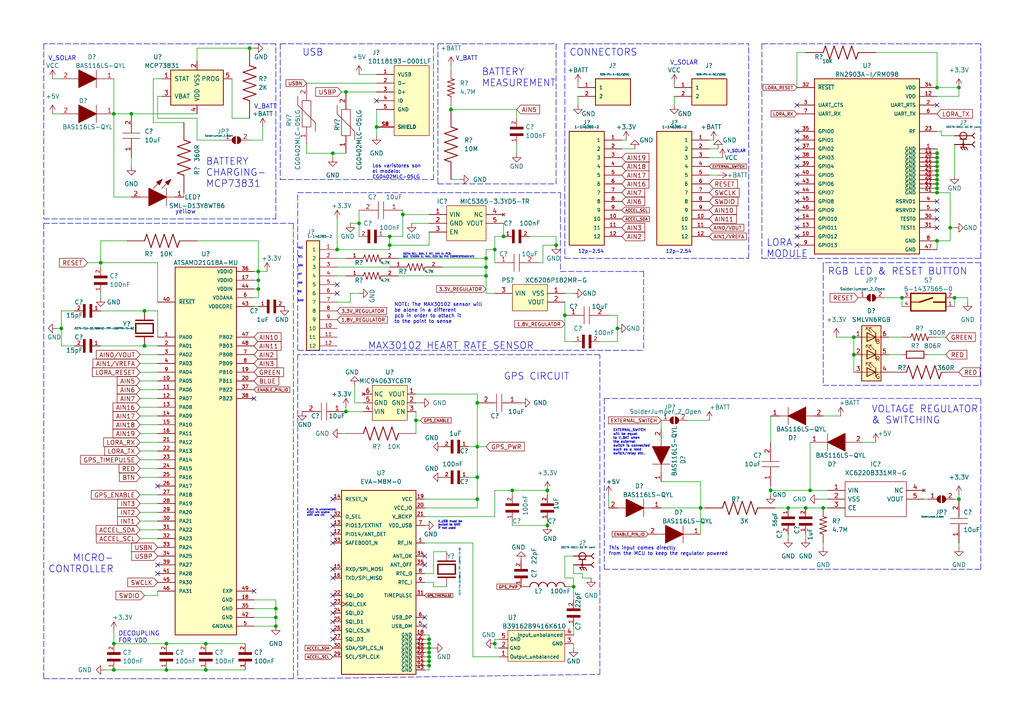
<source format=kicad_sch>
(kicad_sch (version 20211123) (generator eeschema)
  (paper "A4")
  (title_block (title "Eletram") (rev "1"))
  (junction (at 124.46 190.5))
  (junction (at 234.95 142.24))
  (junction (at 124.46 191.77))
  (junction (at 33.02 194.31))
  (junction (at 223.52 142.24))
  (junction (at 74.93 83.82))
  (junction (at 17.78 95.25))
  (junction (at 271.78 46.99))
  (junction (at 203.2 147.32))
  (junction (at 179.07 95.25))
  (junction (at 238.76 147.32))
  (junction (at 146.05 68.58))
  (junction (at 48.26 194.31))
  (junction (at 113.03 71.12))
  (junction (at 124.46 186.69))
  (junction (at 271.78 45.72))
  (junction (at 275.59 66.04))
  (junction (at 228.6 147.32))
  (junction (at 104.14 64.77))
  (junction (at 80.01 181.61))
  (junction (at 41.91 100.33))
  (junction (at 278.13 25.4))
  (junction (at 271.78 69.85))
  (junction (at 124.46 187.96))
  (junction (at 271.78 49.53))
  (junction (at 143.51 186.69))
  (junction (at 124.46 185.42))
  (junction (at 161.29 71.12))
  (junction (at 74.93 78.74))
  (junction (at 271.78 52.07))
  (junction (at 96.52 44.45))
  (junction (at 100.33 119.38))
  (junction (at 271.78 55.88))
  (junction (at 138.43 116.84))
  (junction (at 271.78 25.4))
  (junction (at 80.01 176.53))
  (junction (at 233.68 147.32))
  (junction (at 29.21 76.2))
  (junction (at 158.75 142.24))
  (junction (at 148.59 142.24))
  (junction (at 271.78 48.26))
  (junction (at 41.91 90.17))
  (junction (at 97.79 72.39))
  (junction (at 48.26 186.69))
  (junction (at 124.46 193.04))
  (junction (at 72.39 13.97))
  (junction (at 158.75 152.4))
  (junction (at 38.1 33.02))
  (junction (at 33.02 186.69))
  (junction (at 271.78 50.8))
  (junction (at 138.43 144.78))
  (junction (at 166.37 170.18))
  (junction (at 59.69 186.69))
  (junction (at 80.01 179.07))
  (junction (at 278.13 144.78))
  (junction (at 276.86 86.36))
  (junction (at 140.97 77.47))
  (junction (at 109.22 36.83))
  (junction (at 140.97 80.01))
  (junction (at 143.51 72.39))
  (junction (at 247.65 97.79))
  (junction (at 271.78 53.34))
  (junction (at 130.81 31.75))
  (junction (at 113.03 68.58))
  (junction (at 140.97 74.93))
  (junction (at 59.69 194.31))
  (junction (at 100.33 26.67))
  (junction (at 247.65 102.87))
  (junction (at 120.65 121.92))
  (junction (at 74.93 81.28))
  (junction (at 33.02 33.02))
  (junction (at 261.62 86.36))
  (junction (at 138.43 129.54))
  (junction (at 271.78 54.61))
  (junction (at 163.83 91.44))
  (junction (at 124.46 189.23))
  (junction (at 138.43 138.43))
  (junction (at 116.84 62.23))
  (junction (at 271.78 44.45))
  (no_connect (at 96.52 149.86))
  (no_connect (at 96.52 182.88))
  (no_connect (at 123.19 181.61))
  (no_connect (at 96.52 154.94))
  (no_connect (at 96.52 175.26))
  (no_connect (at 109.22 29.21))
  (no_connect (at 96.52 165.1))
  (no_connect (at 97.79 82.55))
  (no_connect (at 73.66 115.57))
  (no_connect (at 96.52 152.4))
  (no_connect (at 73.66 171.45))
  (no_connect (at 96.52 157.48))
  (no_connect (at 123.19 163.83))
  (no_connect (at 96.52 180.34))
  (no_connect (at 123.19 161.29))
  (no_connect (at 96.52 185.42))
  (no_connect (at 96.52 167.64))
  (no_connect (at 123.19 179.07))
  (no_connect (at 96.52 172.72))
  (no_connect (at 231.14 30.48))
  (no_connect (at 271.78 58.42))
  (no_connect (at 271.78 63.5))
  (no_connect (at 271.78 60.96))
  (no_connect (at 271.78 66.04))
  (no_connect (at 271.78 30.48))
  (no_connect (at 96.52 144.78))
  (no_connect (at 96.52 177.8))
  (no_connect (at 97.79 85.09))
  (no_connect (at 45.72 166.37))
  (no_connect (at 45.72 163.83))
  (no_connect (at 45.72 140.97))
  (no_connect (at 231.14 45.72))
  (no_connect (at 231.14 55.88))
  (no_connect (at 231.14 50.8))
  (no_connect (at 231.14 48.26))
  (no_connect (at 231.14 53.34))
  (no_connect (at 231.14 71.12))
  (no_connect (at 231.14 60.96))
  (no_connect (at 231.14 66.04))
  (no_connect (at 231.14 68.58))
  (no_connect (at 231.14 58.42))
  (no_connect (at 231.14 63.5))
  (no_connect (at 231.14 43.18))
  (no_connect (at 231.14 40.64))
  (no_connect (at 231.14 38.1))
  (wire (pts (xy 276.86 86.36) (xy 276.86 88.9)))
  (wire (pts (xy 163.83 161.29) (xy 166.37 161.29)))
  (polyline (pts (xy 125.73 52.07) (xy 125.73 12.7)))
  (wire (pts (xy 40.64 128.27) (xy 45.72 128.27)))
  (wire (pts (xy 67.31 22.86) (xy 67.31 34.29)))
  (wire (pts (xy 124.46 67.31) (xy 124.46 71.12)))
  (wire (pts (xy 254 15.24) (xy 271.78 15.24)))
  (wire (pts (xy 21.59 100.33) (xy 17.78 100.33)))
  (wire (pts (xy 15.24 22.86) (xy 17.78 22.86)))
  (wire (pts (xy 41.91 172.72) (xy 45.72 172.72)))
  (wire (pts (xy 203.2 147.32) (xy 204.47 147.32)))
  (wire (pts (xy 166.37 181.61) (xy 166.37 184.15)))
  (wire (pts (xy 88.9 44.45) (xy 96.52 44.45)))
  (wire (pts (xy 163.83 167.64) (xy 163.83 161.29)))
  (wire (pts (xy 124.46 194.31) (xy 123.19 194.31)))
  (wire (pts (xy 125.73 170.18) (xy 129.54 170.18)))
  (wire (pts (xy 41.91 100.33) (xy 45.72 100.33)))
  (wire (pts (xy 59.69 194.31) (xy 71.12 194.31)))
  (wire (pts (xy 271.78 43.18) (xy 271.78 44.45)))
  (wire (pts (xy 113.03 68.58) (xy 113.03 71.12)))
  (wire (pts (xy 40.64 133.35) (xy 45.72 133.35)))
  (wire (pts (xy 123.19 190.5) (xy 124.46 190.5)))
  (wire (pts (xy 40.64 123.19) (xy 45.72 123.19)))
  (wire (pts (xy 276.86 144.78) (xy 278.13 144.78)))
  (wire (pts (xy 123.19 166.37) (xy 125.73 166.37)))
  (wire (pts (xy 116.84 60.96) (xy 116.84 62.23)))
  (wire (pts (xy 40.64 105.41) (xy 45.72 105.41)))
  (wire (pts (xy 104.14 60.96) (xy 104.14 64.77)))
  (wire (pts (xy 123.19 187.96) (xy 124.46 187.96)))
  (wire (pts (xy 38.1 45.72) (xy 38.1 48.26)))
  (wire (pts (xy 148.59 151.13) (xy 148.59 152.4)))
  (wire (pts (xy 97.79 74.93) (xy 100.33 74.93)))
  (wire (pts (xy 275.59 66.04) (xy 275.59 69.85)))
  (wire (pts (xy 276.86 66.04) (xy 275.59 66.04)))
  (wire (pts (xy 97.79 80.01) (xy 100.33 80.01)))
  (polyline (pts (xy 238.76 76.2) (xy 238.76 77.47)))
  (wire (pts (xy 124.46 190.5) (xy 124.46 191.77)))
  (wire (pts (xy 29.21 69.85) (xy 29.21 76.2)))
  (wire (pts (xy 73.66 173.99) (xy 80.01 173.99)))
  (wire (pts (xy 143.51 68.58) (xy 143.51 72.39)))
  (wire (pts (xy 125.73 160.02) (xy 125.73 166.37)))
  (polyline (pts (xy 175.26 115.57) (xy 175.26 165.1)))
  (wire (pts (xy 123.19 189.23) (xy 124.46 189.23)))
  (polyline (pts (xy 12.7 196.85) (xy 85.09 196.85)))
  (wire (pts (xy 40.64 118.11) (xy 45.72 118.11)))
  (wire (pts (xy 88.9 24.13) (xy 109.22 24.13)))
  (wire (pts (xy 80.01 176.53) (xy 80.01 179.07)))
  (polyline (pts (xy 12.7 12.7) (xy 12.7 63.5)))
  (wire (pts (xy 143.51 185.42) (xy 143.51 186.69)))
  (wire (pts (xy 25.4 76.2) (xy 29.21 76.2)))
  (wire (pts (xy 29.21 100.33) (xy 41.91 100.33)))
  (wire (pts (xy 97.79 63.5) (xy 97.79 72.39)))
  (wire (pts (xy 280.67 86.36) (xy 280.67 87.63)))
  (polyline (pts (xy 81.28 12.7) (xy 125.73 12.7)))
  (wire (pts (xy 124.46 187.96) (xy 124.46 189.23)))
  (wire (pts (xy 166.37 166.37) (xy 166.37 163.83)))
  (wire (pts (xy 80.01 173.99) (xy 80.01 176.53)))
  (wire (pts (xy 30.48 194.31) (xy 33.02 194.31)))
  (wire (pts (xy 33.02 57.15) (xy 38.1 57.15)))
  (wire (pts (xy 74.93 88.9) (xy 73.66 88.9)))
  (wire (pts (xy 271.78 45.72) (xy 271.78 46.99)))
  (wire (pts (xy 73.66 179.07) (xy 80.01 179.07)))
  (wire (pts (xy 119.38 64.77) (xy 124.46 64.77)))
  (wire (pts (xy 73.66 78.74) (xy 74.93 78.74)))
  (wire (pts (xy 140.97 77.47) (xy 140.97 80.01)))
  (wire (pts (xy 45.72 172.72) (xy 45.72 171.45)))
  (wire (pts (xy 271.78 69.85) (xy 271.78 72.39)))
  (wire (pts (xy 40.64 156.21) (xy 45.72 156.21)))
  (wire (pts (xy 104.14 64.77) (xy 101.6 64.77)))
  (wire (pts (xy 124.46 186.69) (xy 124.46 187.96)))
  (wire (pts (xy 167.64 27.94) (xy 167.64 30.48)))
  (wire (pts (xy 180.34 43.18) (xy 184.15 43.18)))
  (polyline (pts (xy 12.7 64.77) (xy 12.7 196.85)))
  (polyline (pts (xy 86.36 101.6) (xy 86.36 55.88)))
  (wire (pts (xy 15.24 33.02) (xy 17.78 33.02)))
  (wire (pts (xy 105.41 116.84) (xy 102.87 116.84)))
  (wire (pts (xy 271.78 49.53) (xy 271.78 50.8)))
  (wire (pts (xy 271.78 25.4) (xy 278.13 25.4)))
  (wire (pts (xy 45.72 27.94) (xy 45.72 34.29)))
  (wire (pts (xy 80.01 179.07) (xy 80.01 181.61)))
  (polyline (pts (xy 81.28 12.7) (xy 81.28 52.07)))
  (wire (pts (xy 138.43 114.3) (xy 138.43 116.84)))
  (wire (pts (xy 166.37 186.69) (xy 166.37 187.96)))
  (wire (pts (xy 271.78 54.61) (xy 271.78 55.88)))
  (wire (pts (xy 257.81 102.87) (xy 261.62 102.87)))
  (polyline (pts (xy 127 12.7) (xy 127 53.34)))
  (wire (pts (xy 233.68 147.32) (xy 238.76 147.32)))
  (wire (pts (xy 40.64 115.57) (xy 45.72 115.57)))
  (wire (pts (xy 33.02 22.86) (xy 33.02 33.02)))
  (wire (pts (xy 166.37 170.18) (xy 166.37 173.99)))
  (wire (pts (xy 247.65 102.87) (xy 247.65 107.95)))
  (wire (pts (xy 271.78 44.45) (xy 271.78 45.72)))
  (wire (pts (xy 33.02 33.02) (xy 33.02 57.15)))
  (wire (pts (xy 273.05 38.1) (xy 273.05 39.37)))
  (wire (pts (xy 130.81 19.05) (xy 130.81 20.32)))
  (wire (pts (xy 163.83 85.09) (xy 166.37 85.09)))
  (wire (pts (xy 130.81 31.75) (xy 149.86 31.75)))
  (wire (pts (xy 205.74 43.18) (xy 208.28 43.18)))
  (wire (pts (xy 99.06 26.67) (xy 100.33 26.67)))
  (wire (pts (xy 123.19 193.04) (xy 124.46 193.04)))
  (wire (pts (xy 271.78 15.24) (xy 271.78 25.4)))
  (wire (pts (xy 143.51 149.86) (xy 143.51 142.24)))
  (wire (pts (xy 57.15 13.97) (xy 72.39 13.97)))
  (wire (pts (xy 96.52 44.45) (xy 96.52 45.72)))
  (wire (pts (xy 115.57 74.93) (xy 140.97 74.93)))
  (wire (pts (xy 53.34 57.15) (xy 53.34 55.88)))
  (wire (pts (xy 278.13 27.94) (xy 278.13 25.4)))
  (wire (pts (xy 123.19 168.91) (xy 125.73 168.91)))
  (polyline (pts (xy 238.76 111.76) (xy 284.48 111.76)))
  (wire (pts (xy 73.66 83.82) (xy 74.93 83.82)))
  (wire (pts (xy 157.48 76.2) (xy 157.48 71.12)))
  (polyline (pts (xy 284.48 111.76) (xy 284.48 76.2)))
  (polyline (pts (xy 217.17 74.93) (xy 217.17 12.7)))
  (wire (pts (xy 166.37 99.06) (xy 163.83 99.06)))
  (wire (pts (xy 148.59 152.4) (xy 158.75 152.4)))
  (wire (pts (xy 275.59 55.88) (xy 271.78 55.88)))
  (wire (pts (xy 238.76 147.32) (xy 240.03 147.32)))
  (wire (pts (xy 40.64 148.59) (xy 45.72 148.59)))
  (wire (pts (xy 40.64 135.89) (xy 45.72 135.89)))
  (wire (pts (xy 33.02 33.02) (xy 38.1 33.02)))
  (wire (pts (xy 102.87 111.76) (xy 102.87 116.84)))
  (polyline (pts (xy 284.48 76.2) (xy 238.76 76.2)))
  (wire (pts (xy 149.86 31.75) (xy 149.86 34.29)))
  (wire (pts (xy 158.75 142.24) (xy 148.59 142.24)))
  (wire (pts (xy 45.72 34.29) (xy 57.15 34.29)))
  (wire (pts (xy 96.52 44.45) (xy 100.33 44.45)))
  (wire (pts (xy 29.21 85.09) (xy 29.21 86.36)))
  (wire (pts (xy 135.89 138.43) (xy 138.43 138.43)))
  (wire (pts (xy 233.68 15.24) (xy 231.14 15.24)))
  (polyline (pts (xy 284.48 74.93) (xy 284.48 12.7)))
  (wire (pts (xy 100.33 118.11) (xy 100.33 119.38)))
  (wire (pts (xy 48.26 186.69) (xy 59.69 186.69)))
  (polyline (pts (xy 86.36 101.6) (xy 186.69 101.6)))
  (wire (pts (xy 163.83 99.06) (xy 163.83 91.44)))
  (polyline (pts (xy 86.36 102.87) (xy 86.36 196.85)))
  (wire (pts (xy 269.24 102.87) (xy 274.32 102.87)))
  (wire (pts (xy 116.84 62.23) (xy 124.46 62.23)))
  (polyline (pts (xy 173.99 102.87) (xy 86.36 102.87)))
  (wire (pts (xy 271.78 97.79) (xy 274.32 97.79)))
  (polyline (pts (xy 86.36 55.88) (xy 162.56 55.88)))
  (wire (pts (xy 166.37 167.64) (xy 163.83 167.64)))
  (wire (pts (xy 140.97 74.93) (xy 140.97 77.47)))
  (wire (pts (xy 40.64 138.43) (xy 45.72 138.43)))
  (wire (pts (xy 275.59 69.85) (xy 271.78 69.85)))
  (polyline (pts (xy 284.48 165.1) (xy 284.48 115.57)))
  (wire (pts (xy 137.16 157.48) (xy 137.16 190.5)))
  (wire (pts (xy 278.13 157.48) (xy 278.13 158.75)))
  (wire (pts (xy 143.51 187.96) (xy 143.51 186.69)))
  (wire (pts (xy 40.64 102.87) (xy 45.72 102.87)))
  (wire (pts (xy 115.57 80.01) (xy 140.97 80.01)))
  (wire (pts (xy 45.72 76.2) (xy 45.72 87.63)))
  (wire (pts (xy 111.76 68.58) (xy 113.03 68.58)))
  (wire (pts (xy 247.65 97.79) (xy 247.65 102.87)))
  (wire (pts (xy 40.64 113.03) (xy 45.72 113.03)))
  (wire (pts (xy 124.46 187.96) (xy 125.73 187.96)))
  (wire (pts (xy 76.2 36.83) (xy 76.2 40.64)))
  (wire (pts (xy 124.46 191.77) (xy 124.46 193.04)))
  (wire (pts (xy 256.54 86.36) (xy 261.62 86.36)))
  (wire (pts (xy 234.95 128.27) (xy 234.95 142.24)))
  (wire (pts (xy 234.95 142.24) (xy 240.03 142.24)))
  (wire (pts (xy 195.58 27.94) (xy 195.58 30.48)))
  (wire (pts (xy 271.78 52.07) (xy 271.78 53.34)))
  (wire (pts (xy 74.93 83.82) (xy 74.93 81.28)))
  (wire (pts (xy 223.52 120.65) (xy 223.52 128.27)))
  (wire (pts (xy 271.78 38.1) (xy 273.05 38.1)))
  (wire (pts (xy 199.39 121.92) (xy 205.74 121.92)))
  (wire (pts (xy 238.76 157.48) (xy 238.76 158.75)))
  (wire (pts (xy 29.21 90.17) (xy 41.91 90.17)))
  (wire (pts (xy 73.66 86.36) (xy 74.93 86.36)))
  (wire (pts (xy 120.65 121.92) (xy 120.65 125.73)))
  (wire (pts (xy 233.68 154.94) (xy 233.68 156.21)))
  (wire (pts (xy 40.64 143.51) (xy 45.72 143.51)))
  (wire (pts (xy 276.86 41.91) (xy 276.86 50.8)))
  (wire (pts (xy 257.81 97.79) (xy 261.62 97.79)))
  (polyline (pts (xy 12.7 63.5) (xy 80.01 63.5)))
  (wire (pts (xy 104.14 21.59) (xy 109.22 21.59)))
  (wire (pts (xy 40.64 151.13) (xy 45.72 151.13)))
  (polyline (pts (xy 186.69 78.74) (xy 186.69 101.6)))
  (polyline (pts (xy 80.01 63.5) (xy 80.01 12.7)))
  (wire (pts (xy 38.1 33.02) (xy 57.15 33.02)))
  (wire (pts (xy 143.51 72.39) (xy 143.51 76.2)))
  (wire (pts (xy 156.21 76.2) (xy 157.48 76.2)))
  (wire (pts (xy 140.97 80.01) (xy 140.97 85.09)))
  (wire (pts (xy 40.64 110.49) (xy 45.72 110.49)))
  (wire (pts (xy 278.13 143.51) (xy 278.13 144.78)))
  (wire (pts (xy 104.14 68.58) (xy 104.14 64.77)))
  (wire (pts (xy 148.59 142.24) (xy 148.59 143.51)))
  (wire (pts (xy 73.66 181.61) (xy 80.01 181.61)))
  (wire (pts (xy 138.43 138.43) (xy 138.43 144.78)))
  (wire (pts (xy 180.34 40.64) (xy 181.61 40.64)))
  (wire (pts (xy 48.26 194.31) (xy 59.69 194.31)))
  (wire (pts (xy 21.59 90.17) (xy 17.78 90.17)))
  (polyline (pts (xy 220.98 74.93) (xy 284.48 74.93)))
  (wire (pts (xy 73.66 176.53) (xy 80.01 176.53)))
  (wire (pts (xy 123.19 191.77) (xy 124.46 191.77)))
  (wire (pts (xy 57.15 34.29) (xy 57.15 40.64)))
  (wire (pts (xy 72.39 13.97) (xy 73.66 13.97)))
  (polyline (pts (xy 163.83 12.7) (xy 217.17 12.7)))
  (wire (pts (xy 224.79 147.32) (xy 228.6 147.32)))
  (wire (pts (xy 120.65 114.3) (xy 138.43 114.3)))
  (wire (pts (xy 113.03 71.12) (xy 124.46 71.12)))
  (wire (pts (xy 144.78 187.96) (xy 143.51 187.96)))
  (wire (pts (xy 195.58 24.13) (xy 195.58 25.4)))
  (wire (pts (xy 101.6 85.09) (xy 101.6 87.63)))
  (wire (pts (xy 146.05 64.77) (xy 146.05 68.58)))
  (wire (pts (xy 140.97 72.39) (xy 140.97 74.93)))
  (wire (pts (xy 76.2 40.64) (xy 72.39 40.64)))
  (wire (pts (xy 275.59 66.04) (xy 275.59 55.88)))
  (polyline (pts (xy 175.26 115.57) (xy 284.48 115.57)))
  (wire (pts (xy 33.02 194.31) (xy 48.26 194.31)))
  (wire (pts (xy 123.19 157.48) (xy 137.16 157.48)))
  (wire (pts (xy 140.97 72.39) (xy 143.51 72.39)))
  (wire (pts (xy 130.81 30.48) (xy 130.81 31.75)))
  (wire (pts (xy 205.74 40.64) (xy 207.01 40.64)))
  (wire (pts (xy 129.54 160.02) (xy 125.73 160.02)))
  (wire (pts (xy 100.33 26.67) (xy 109.22 26.67)))
  (wire (pts (xy 123.19 144.78) (xy 138.43 144.78)))
  (wire (pts (xy 59.69 186.69) (xy 71.12 186.69)))
  (wire (pts (xy 74.93 86.36) (xy 74.93 83.82)))
  (wire (pts (xy 29.21 76.2) (xy 45.72 76.2)))
  (wire (pts (xy 250.19 128.27) (xy 254 128.27)))
  (wire (pts (xy 44.45 35.56) (xy 53.34 35.56)))
  (wire (pts (xy 191.77 121.92) (xy 191.77 124.46)))
  (wire (pts (xy 271.78 53.34) (xy 271.78 54.61)))
  (wire (pts (xy 138.43 147.32) (xy 138.43 144.78)))
  (wire (pts (xy 228.6 154.94) (xy 228.6 156.21)))
  (wire (pts (xy 17.78 95.25) (xy 17.78 100.33)))
  (wire (pts (xy 36.83 69.85) (xy 29.21 69.85)))
  (wire (pts (xy 138.43 116.84) (xy 138.43 129.54)))
  (wire (pts (xy 137.16 190.5) (xy 144.78 190.5)))
  (wire (pts (xy 104.14 85.09) (xy 101.6 85.09)))
  (wire (pts (xy 100.33 119.38) (xy 105.41 119.38)))
  (wire (pts (xy 124.46 193.04) (xy 124.46 194.31)))
  (polyline (pts (xy 173.99 195.58) (xy 173.99 102.87)))
  (wire (pts (xy 158.75 151.13) (xy 158.75 152.4)))
  (wire (pts (xy 101.6 87.63) (xy 97.79 87.63)))
  (wire (pts (xy 124.46 189.23) (xy 124.46 190.5)))
  (wire (pts (xy 73.66 81.28) (xy 74.93 81.28)))
  (wire (pts (xy 17.78 90.17) (xy 17.78 95.25)))
  (wire (pts (xy 237.49 144.78) (xy 240.03 144.78)))
  (wire (pts (xy 173.99 99.06) (xy 179.07 99.06)))
  (wire (pts (xy 120.65 116.84) (xy 121.92 116.84)))
  (wire (pts (xy 223.52 142.24) (xy 223.52 143.51)))
  (wire (pts (xy 179.07 91.44) (xy 179.07 95.25)))
  (wire (pts (xy 57.15 69.85) (xy 74.93 69.85)))
  (wire (pts (xy 44.45 35.56) (xy 44.45 22.86)))
  (polyline (pts (xy 220.98 12.7) (xy 284.48 12.7)))
  (wire (pts (xy 88.9 41.91) (xy 88.9 44.45)))
  (wire (pts (xy 191.77 147.32) (xy 203.2 147.32)))
  (wire (pts (xy 271.78 50.8) (xy 271.78 52.07)))
  (wire (pts (xy 149.86 41.91) (xy 149.86 44.45)))
  (polyline (pts (xy 12.7 64.77) (xy 85.09 64.77)))
  (wire (pts (xy 267.97 144.78) (xy 269.24 144.78)))
  (wire (pts (xy 242.57 97.79) (xy 247.65 97.79)))
  (wire (pts (xy 179.07 99.06) (xy 179.07 95.25)))
  (wire (pts (xy 176.53 143.51) (xy 176.53 147.32)))
  (polyline (pts (xy 220.98 12.7) (xy 220.98 74.93)))
  (wire (pts (xy 140.97 85.09) (xy 143.51 85.09)))
  (wire (pts (xy 57.15 17.78) (xy 57.15 13.97)))
  (wire (pts (xy 168.91 167.64) (xy 171.45 167.64)))
  (wire (pts (xy 228.6 147.32) (xy 233.68 147.32)))
  (polyline (pts (xy 161.29 53.34) (xy 161.29 12.7)))
  (wire (pts (xy 223.52 140.97) (xy 223.52 142.24)))
  (wire (pts (xy 166.37 167.64) (xy 166.37 170.18)))
  (wire (pts (xy 116.84 62.23) (xy 116.84 68.58)))
  (polyline (pts (xy 175.26 165.1) (xy 284.48 165.1)))
  (wire (pts (xy 123.19 149.86) (xy 143.51 149.86)))
  (wire (pts (xy 168.91 167.64) (xy 168.91 166.37)))
  (wire (pts (xy 109.22 36.83) (xy 109.22 39.37)))
  (wire (pts (xy 176.53 91.44) (xy 179.07 91.44)))
  (wire (pts (xy 271.78 48.26) (xy 271.78 49.53)))
  (wire (pts (xy 157.48 71.12) (xy 161.29 71.12)))
  (wire (pts (xy 97.79 77.47) (xy 113.03 77.47)))
  (wire (pts (xy 125.73 168.91) (xy 125.73 170.18)))
  (wire (pts (xy 238.76 120.65) (xy 243.84 120.65)))
  (wire (pts (xy 163.83 87.63) (xy 163.83 91.44)))
  (wire (pts (xy 205.74 50.8) (xy 208.28 50.8)))
  (wire (pts (xy 203.2 147.32) (xy 203.2 154.94)))
  (polyline (pts (xy 127 12.7) (xy 161.29 12.7)))
  (polyline (pts (xy 80.01 12.7) (xy 12.7 12.7)))
  (wire (pts (xy 40.64 146.05) (xy 45.72 146.05)))
  (wire (pts (xy 40.64 125.73) (xy 45.72 125.73)))
  (wire (pts (xy 167.64 24.13) (xy 167.64 25.4)))
  (wire (pts (xy 158.75 143.51) (xy 158.75 142.24)))
  (wire (pts (xy 99.06 125.73) (xy 100.33 125.73)))
  (polyline (pts (xy 162.56 55.88) (xy 162.56 78.74)))
  (wire (pts (xy 138.43 129.54) (xy 138.43 138.43)))
  (wire (pts (xy 123.19 147.32) (xy 138.43 147.32)))
  (wire (pts (xy 120.65 121.92) (xy 121.92 121.92)))
  (wire (pts (xy 153.67 68.58) (xy 161.29 68.58)))
  (wire (pts (xy 120.65 119.38) (xy 120.65 121.92)))
  (wire (pts (xy 109.22 31.75) (xy 109.22 36.83)))
  (wire (pts (xy 161.29 68.58) (xy 161.29 71.12)))
  (wire (pts (xy 113.03 68.58) (xy 116.84 68.58)))
  (wire (pts (xy 276.86 86.36) (xy 280.67 86.36)))
  (wire (pts (xy 113.03 72.39) (xy 113.03 71.12)))
  (wire (pts (xy 74.93 69.85) (xy 74.93 78.74)))
  (polyline (pts (xy 86.36 196.85) (xy 173.99 195.58)))
  (wire (pts (xy 40.64 130.81) (xy 45.72 130.81)))
  (wire (pts (xy 16.51 95.25) (xy 17.78 95.25)))
  (wire (pts (xy 271.78 46.99) (xy 271.78 48.26)))
  (polyline (pts (xy 81.28 52.07) (xy 125.73 52.07)))
  (wire (pts (xy 64.77 40.64) (xy 57.15 40.64)))
  (wire (pts (xy 97.79 72.39) (xy 113.03 72.39)))
  (wire (pts (xy 46.99 27.94) (xy 45.72 27.94)))
  (wire (pts (xy 29.21 76.2) (xy 29.21 77.47)))
  (wire (pts (xy 271.78 27.94) (xy 278.13 27.94)))
  (polyline (pts (xy 163.83 12.7) (xy 163.83 74.93)))
  (wire (pts (xy 124.46 185.42) (xy 124.46 186.69)))
  (wire (pts (xy 143.51 142.24) (xy 148.59 142.24)))
  (wire (pts (xy 33.02 182.88) (xy 33.02 186.69)))
  (wire (pts (xy 273.05 39.37) (xy 276.86 39.37)))
  (wire (pts (xy 124.46 184.15) (xy 124.46 185.42)))
  (wire (pts (xy 123.19 184.15) (xy 124.46 184.15)))
  (wire (pts (xy 203.2 139.7) (xy 203.2 147.32)))
  (wire (pts (xy 205.74 45.72) (xy 209.55 45.72)))
  (wire (pts (xy 40.64 120.65) (xy 45.72 120.65)))
  (polyline (pts (xy 85.09 196.85) (xy 85.09 64.77)))
  (wire (pts (xy 33.02 186.69) (xy 48.26 186.69)))
  (wire (pts (xy 41.91 90.17) (xy 45.72 90.17)))
  (wire (pts (xy 223.52 142.24) (xy 234.95 142.24)))
  (polyline (pts (xy 238.76 77.47) (xy 238.76 111.76)))
  (polyline (pts (xy 127 53.34) (xy 161.29 53.34)))
  (wire (pts (xy 191.77 139.7) (xy 203.2 139.7)))
  (wire (pts (xy 40.64 153.67) (xy 45.72 153.67)))
  (wire (pts (xy 138.43 129.54) (xy 140.97 129.54)))
  (wire (pts (xy 168.91 166.37) (xy 166.37 166.37)))
  (wire (pts (xy 67.31 34.29) (xy 72.39 34.29)))
  (wire (pts (xy 130.81 52.07) (xy 133.35 52.07)))
  (wire (pts (xy 123.19 185.42) (xy 124.46 185.42)))
  (wire (pts (xy 128.27 77.47) (xy 140.97 77.47)))
  (wire (pts (xy 144.78 185.42) (xy 143.51 185.42)))
  (wire (pts (xy 261.62 86.36) (xy 261.62 88.9)))
  (polyline (pts (xy 162.56 78.74) (xy 186.69 78.74)))
  (polyline (pts (xy 163.83 74.93) (xy 217.17 74.93)))
  (wire (pts (xy 231.14 15.24) (xy 231.14 25.4)))
  (wire (pts (xy 44.45 22.86) (xy 46.99 22.86)))
  (wire (pts (xy 40.64 107.95) (xy 45.72 107.95)))
  (wire (pts (xy 146.05 68.58) (xy 143.51 68.58)))
  (wire (pts (xy 45.72 97.79) (xy 45.72 90.17)))
  (wire (pts (xy 135.89 129.54) (xy 138.43 129.54)))
  (wire (pts (xy 123.19 186.69) (xy 124.46 186.69)))
  (wire (pts (xy 74.93 81.28) (xy 74.93 78.74)))
  (wire (pts (xy 74.93 78.74) (xy 77.47 78.74)))
  (text "yellow" (at 50.8 62.23 0) (effects (font (size 1.27 1.27)) (justify left bottom)))
  (text "MICRO-\nCONTROLLER" (at 33.02 166.37 180) (effects (font (size 2 2)) (justify right bottom)))
  (text "BATTERY \nMEASUREMENT" (at 139.7 25.4 0) (effects (font (size 2 2)) (justify left bottom)))
  (text "V_SOLAR" (at 194.31 19.05 0) (effects (font (size 1.27 1.27)) (justify left bottom)))
  (text "V_BATT" (at 73.66 31.75 0) (effects (font (size 1.27 1.27)) (justify left bottom)))
  (text "V_SOLAR" (at 210.82 44.45 0) (effects (font (size 0.85 0.85)) (justify left bottom)))
  (text "EXTERNAL_SWITCH \nwill be equal \nto V_BAT when \nthe external \nswitch is connected \nsuch as a reed \nswitch/relay etc." (at 177.8 132.08 0) (effects (font (size 0.7 0.7)) (justify left bottom)))
  (text "12p-2.54" (at 167.64 73.66 0) (effects (font (size 1 1)) (justify left bottom)))
  (text "SCL" (at 86.36 74.93 0) (effects (font (size 0.508 0.508)) (justify left bottom)))
  (text "V_SOLAR" (at 13.97 17.78 0) (effects (font (size 1.27 1.27)) (justify left bottom)))
  (text "MAX30102 HEART RATE SENSOR" (at 106.68 101.6 0) (effects (font (size 2 2)) (justify left bottom)))
  (text "CONNECTORS" (at 165.1 16.51 0) (effects (font (size 2 2)) (justify left bottom)))
  (text "BATTERY \nCHARGING-\nMCP73831" (at 59.69 54.61 0) (effects (font (size 2 2)) (justify left bottom)))
  (text "LORA \nMODULE" (at 222.25 74.93 0) (effects (font (size 2 2)) (justify left bottom)))
  (text "DECOUPLING \nFOR VDD" (at 34.29 186.69 0) (effects (font (size 1.27 1.27)) (justify left bottom)))
  (text "V_USB must be \npulled to GND \nif not used" (at 127 153.67 0) (effects (font (size 0.6 0.6)) (justify left bottom)))
  (text "INT" (at 86.36 80.01 0) (effects (font (size 0.508 0.508)) (justify left bottom)))
  (text "RGB LED & RESET BUTTON" (at 240.03 80.01 0) (effects (font (size 2 2)) (justify left bottom)))
  (text "RD" (at 86.36 85.09 0) (effects (font (size 0.508 0.508)) (justify left bottom)))
  (text "12p-2.54" (at 193.04 73.66 0) (effects (font (size 1 1)) (justify left bottom)))
  (text "IRD" (at 86.36 82.55 0) (effects (font (size 0.508 0.508)) (justify left bottom)))
  (text "VCC" (at 86.36 72.39 0) (effects (font (size 0.508 0.508)) (justify left bottom)))
  (text "D_SEL is unconnected, \nwhich will enable \nUART and I2C" (at 88.9 149.86 0) (effects (font (size 0.5 0.5)) (justify left bottom)))
  (text "USB" (at 87.63 16.51 0) (effects (font (size 2 2)) (justify left bottom)))
  (text "NOTE: The MAX30102 sensor will \nbe alone in a different \npcb in order to attach it \nto the point to sense" (at 114.3 93.98 0) (effects (font (size 1.016 1.016)) (justify left bottom)))
  (text "GPS CIRCUIT" (at 146.05 110.49 0) (effects (font (size 2 2)) (justify left bottom)))
  (text "SDA" (at 86.36 77.47 0) (effects (font (size 0.508 0.508)) (justify left bottom)))
  (text "GND" (at 86.36 87.63 0) (effects (font (size 0.508 0.508)) (justify left bottom)))
  (text "NOTA: SCL, SDA, E INT, VAN AL PCB \nQUE TENDRÁ EL MAX, CON SU PIN CORRESPONDIENTE" (at 116.84 74.93 0) (effects (font (size 0.508 0.508)) (justify left bottom)))
  (text "Los varistores son \nel modelo: \nCG0402MLC-05LG\n" (at 107.95 52.07 0) (effects (font (size 1 1)) (justify left bottom)))
  (text "This input comes directly \nfrom the MCU to keep the regulator powered" (at 176.53 161.29 0) (effects (font (size 1 1)) (justify left bottom)))
  (text "VOLTAGE REGULATOR \n& SWITCHING" (at 252.73 123.19 0) (effects (font (size 2 2)) (justify left bottom)))
  (text "V_BATT" (at 132.08 17.78 0) (effects (font (size 1.27 1.27)) (justify left bottom)))
  (global_label "ACCEL_SCL" (shape input) (at 96.52 190.5 180) (effects (font (size 0.8 0.8))) (property "Referencias entre hojas" "${INTERSHEET_REFS}" (effects hide)))
  (global_label "AIN0{slash}VOUT" (shape input) (at 205.74 66.04 0) (effects (font (size 1 1))) (property "Referencias entre hojas" "${INTERSHEET_REFS}" (effects hide)))
  (global_label "AIN16" (shape input) (at 180.34 53.34 0) (property "Referencias entre hojas" "${INTERSHEET_REFS}" (effects hide)))
  (global_label "LORA_TX" (shape input) (at 40.64 130.81 180) (property "Referencias entre hojas" "${INTERSHEET_REFS}" (effects hide)))
  (global_label "GREEN" (shape input) (at 274.32 97.79 0) (property "Referencias entre hojas" "${INTERSHEET_REFS}" (effects hide)))
  (global_label "USBN" (shape input) (at 88.9 24.13 180) (effects (font (size 1 1))) (property "Referencias entre hojas" "${INTERSHEET_REFS}" (effects hide)))
  (global_label "1.8V_REGULATOR" (shape input) (at 163.83 93.98 180) (effects (font (size 1.016 1.016))) (property "Referencias entre hojas" "${INTERSHEET_REFS}" (effects hide)))
  (global_label "LORA_TX" (shape input) (at 271.78 33.02 0) (property "Referencias entre hojas" "${INTERSHEET_REFS}" (effects hide)))
  (global_label "AIN16" (shape input) (at 40.64 118.11 180) (property "Referencias entre hojas" "${INTERSHEET_REFS}" (effects hide)))
  (global_label "AIN6" (shape input) (at 40.64 113.03 180) (property "Referencias entre hojas" "${INTERSHEET_REFS}" (effects hide)))
  (global_label "GPS_PWR" (shape input) (at 151.13 170.18 180) (effects (font (size 0.8 0.8))) (property "Referencias entre hojas" "${INTERSHEET_REFS}" (effects hide)))
  (global_label "LORA_RESET" (shape input) (at 40.64 107.95 180) (property "Referencias entre hojas" "${INTERSHEET_REFS}" (effects hide)))
  (global_label "RESET" (shape input) (at 248.92 86.36 180) (property "Referencias entre hojas" "${INTERSHEET_REFS}" (effects hide)))
  (global_label "AIN11" (shape input) (at 73.66 100.33 0) (property "Referencias entre hojas" "${INTERSHEET_REFS}" (effects hide)))
  (global_label "RED" (shape input) (at 278.13 107.95 0) (property "Referencias entre hojas" "${INTERSHEET_REFS}" (effects hide)))
  (global_label "RESET" (shape input) (at 205.74 53.34 0) (property "Referencias entre hojas" "${INTERSHEET_REFS}" (effects hide)))
  (global_label "GPS_TIMEPULSE" (shape input) (at 40.64 133.35 180) (property "Referencias entre hojas" "${INTERSHEET_REFS}" (effects hide)))
  (global_label "GREEN" (shape input) (at 73.66 107.95 0) (property "Referencias entre hojas" "${INTERSHEET_REFS}" (effects hide)))
  (global_label "AIN19" (shape input) (at 180.34 45.72 0) (property "Referencias entre hojas" "${INTERSHEET_REFS}" (effects hide)))
  (global_label "ACCEL_SDA" (shape input) (at 40.64 153.67 180) (property "Referencias entre hojas" "${INTERSHEET_REFS}" (effects hide)))
  (global_label "AIN1{slash}VREFA" (shape input) (at 40.64 105.41 180) (property "Referencias entre hojas" "${INTERSHEET_REFS}" (effects hide)))
  (global_label "ACCEL_SDA" (shape input) (at 96.52 187.96 180) (effects (font (size 0.8 0.8))) (property "Referencias entre hojas" "${INTERSHEET_REFS}" (effects hide)))
  (global_label "ACCEL_SDA" (shape input) (at 180.34 63.5 0) (effects (font (size 0.8 0.8))) (property "Referencias entre hojas" "${INTERSHEET_REFS}" (effects hide)))
  (global_label "AIN18" (shape input) (at 40.64 123.19 180) (property "Referencias entre hojas" "${INTERSHEET_REFS}" (effects hide)))
  (global_label "GPS_ENABLE" (shape input) (at 40.64 143.51 180) (property "Referencias entre hojas" "${INTERSHEET_REFS}" (effects hide)))
  (global_label "AIN17" (shape input) (at 40.64 120.65 180) (property "Referencias entre hojas" "${INTERSHEET_REFS}" (effects hide)))
  (global_label "INT1" (shape input) (at 40.64 151.13 180) (property "Referencias entre hojas" "${INTERSHEET_REFS}" (effects hide)))
  (global_label "ENABLE_PIN_IO" (shape input) (at 73.66 113.03 0) (effects (font (size 0.8 0.8))) (property "Referencias entre hojas" "${INTERSHEET_REFS}" (effects hide)))
  (global_label "AIN17" (shape input) (at 180.34 50.8 0) (property "Referencias entre hojas" "${INTERSHEET_REFS}" (effects hide)))
  (global_label "AIN3" (shape input) (at 180.34 66.04 0) (property "Referencias entre hojas" "${INTERSHEET_REFS}" (effects hide)))
  (global_label "SWDIO" (shape input) (at 41.91 172.72 180) (property "Referencias entre hojas" "${INTERSHEET_REFS}" (effects hide)))
  (global_label "AIN3" (shape input) (at 73.66 105.41 0) (property "Referencias entre hojas" "${INTERSHEET_REFS}" (effects hide)))
  (global_label "AIN10" (shape input) (at 205.74 60.96 0) (property "Referencias entre hojas" "${INTERSHEET_REFS}" (effects hide)))
  (global_label "INT3" (shape input) (at 40.64 146.05 180) (property "Referencias entre hojas" "${INTERSHEET_REFS}" (effects hide)))
  (global_label "INT2" (shape input) (at 40.64 148.59 180) (property "Referencias entre hojas" "${INTERSHEET_REFS}" (effects hide)))
  (global_label "LORA_RESET" (shape input) (at 231.14 25.4 180) (effects (font (size 0.9 0.9))) (property "Referencias entre hojas" "${INTERSHEET_REFS}" (effects hide)))
  (global_label "ENABLE_PIN_IO" (shape input) (at 187.96 154.94 180) (effects (font (size 0.8 0.8))) (property "Referencias entre hojas" "${INTERSHEET_REFS}" (effects hide)))
  (global_label "AIN7" (shape input) (at 180.34 55.88 0) (property "Referencias entre hojas" "${INTERSHEET_REFS}" (effects hide)))
  (global_label "BTN" (shape input) (at 40.64 138.43 180) (property "Referencias entre hojas" "${INTERSHEET_REFS}" (effects hide)))
  (global_label "3.3V_REGULATOR" (shape input) (at 140.97 83.82 180) (effects (font (size 1 1))) (property "Referencias entre hojas" "${INTERSHEET_REFS}" (effects hide)))
  (global_label "1.8V_REGULATOR" (shape input) (at 97.79 92.71 0) (effects (font (size 1.016 1.016))) (property "Referencias entre hojas" "${INTERSHEET_REFS}" (effects hide)))
  (global_label "GPS_ENABLE" (shape input) (at 121.92 121.92 0) (effects (font (size 0.8 0.8))) (property "Referencias entre hojas" "${INTERSHEET_REFS}" (effects hide)))
  (global_label "AIN18" (shape input) (at 180.34 48.26 0) (property "Referencias entre hojas" "${INTERSHEET_REFS}" (effects hide)))
  (global_label "AIN19" (shape input) (at 40.64 125.73 180) (property "Referencias entre hojas" "${INTERSHEET_REFS}" (effects hide)))
  (global_label "LORA_RX" (shape input) (at 231.14 33.02 180) (effects (font (size 0.9 0.9))) (property "Referencias entre hojas" "${INTERSHEET_REFS}" (effects hide)))
  (global_label "AIN6" (shape input) (at 180.34 58.42 0) (property "Referencias entre hojas" "${INTERSHEET_REFS}" (effects hide)))
  (global_label "USBN" (shape input) (at 45.72 158.75 180) (property "Referencias entre hojas" "${INTERSHEET_REFS}" (effects hide)))
  (global_label "3.3V_REGULATOR" (shape input) (at 97.79 90.17 0) (effects (font (size 1 1))) (property "Referencias entre hojas" "${INTERSHEET_REFS}" (effects hide)))
  (global_label "AIN1{slash}VREFA" (shape input) (at 205.74 68.58 0) (effects (font (size 1 1))) (property "Referencias entre hojas" "${INTERSHEET_REFS}" (effects hide)))
  (global_label "AIN5" (shape input) (at 40.64 110.49 180) (property "Referencias entre hojas" "${INTERSHEET_REFS}" (effects hide)))
  (global_label "GPS_PWR" (shape input) (at 140.97 129.54 0) (property "Referencias entre hojas" "${INTERSHEET_REFS}" (effects hide)))
  (global_label "ACCEL_SCL" (shape input) (at 180.34 60.96 0) (effects (font (size 0.8 0.8))) (property "Referencias entre hojas" "${INTERSHEET_REFS}" (effects hide)))
  (global_label "RED" (shape input) (at 274.32 102.87 0) (property "Referencias entre hojas" "${INTERSHEET_REFS}" (effects hide)))
  (global_label "BLUE" (shape input) (at 73.66 110.49 0) (property "Referencias entre hojas" "${INTERSHEET_REFS}" (effects hide)))
  (global_label "RESET" (shape input) (at 25.4 76.2 180) (property "Referencias entre hojas" "${INTERSHEET_REFS}" (effects hide)))
  (global_label "AIN2" (shape input) (at 180.34 68.58 0) (property "Referencias entre hojas" "${INTERSHEET_REFS}" (effects hide)))
  (global_label "ACCEL_SCL" (shape input) (at 40.64 156.21 180) (property "Referencias entre hojas" "${INTERSHEET_REFS}" (effects hide)))
  (global_label "SWCLK" (shape input) (at 205.74 55.88 0) (property "Referencias entre hojas" "${INTERSHEET_REFS}" (effects hide)))
  (global_label "SWCLK" (shape input) (at 45.72 168.91 180) (property "Referencias entre hojas" "${INTERSHEET_REFS}" (effects hide)))
  (global_label "AIN2" (shape input) (at 73.66 102.87 0) (property "Referencias entre hojas" "${INTERSHEET_REFS}" (effects hide)))
  (global_label "AIN11" (shape input) (at 205.74 63.5 0) (property "Referencias entre hojas" "${INTERSHEET_REFS}" (effects hide)))
  (global_label "USBP" (shape input) (at 45.72 161.29 180) (property "Referencias entre hojas" "${INTERSHEET_REFS}" (effects hide)))
  (global_label "AIN10" (shape input) (at 73.66 97.79 0) (property "Referencias entre hojas" "${INTERSHEET_REFS}" (effects hide)))
  (global_label "AIN5" (shape input) (at 149.86 31.75 0) (property "Intersheet References" "${INTERSHEET_REFS}" (effects hide)))
  (global_label "AIN0{slash}VOUT" (shape input) (at 40.64 102.87 180) (property "Referencias entre hojas" "${INTERSHEET_REFS}" (effects hide)))
  (global_label "GPS_TIMEPULSE" (shape input) (at 123.19 172.72 0) (effects (font (size 0.6 0.6))) (property "Referencias entre hojas" "${INTERSHEET_REFS}" (effects hide)))
  (global_label "EXTERNAL_SWITCH" (shape input) (at 191.77 121.92 180) (effects (font (size 1 1))) (property "Referencias entre hojas" "${INTERSHEET_REFS}" (effects hide)))
  (global_label "AIN7" (shape input) (at 40.64 115.57 180) (property "Referencias entre hojas" "${INTERSHEET_REFS}" (effects hide)))
  (global_label "RED" (shape input) (at 40.64 135.89 180) (property "Referencias entre hojas" "${INTERSHEET_REFS}" (effects hide)))
  (global_label "LORA_RX" (shape input) (at 40.64 128.27 180) (property "Referencias entre hojas" "${INTERSHEET_REFS}" (effects hide)))
  (global_label "USBP" (shape input) (at 99.06 26.67 180) (property "Referencias entre hojas" "${INTERSHEET_REFS}" (effects hide)))
  (global_label "EXTERNAL_SWITCH" (shape input) (at 205.74 48.26 0) (effects (font (size 0.7 0.7))) (property "Referencias entre hojas" "${INTERSHEET_REFS}" (effects hide)))
  (global_label "SWDIO" (shape input) (at 205.74 58.42 0) (property "Referencias entre hojas" "${INTERSHEET_REFS}" (effects hide)))
  (symbol (lib_id "power:+5V") (at 15.24 33.02 0) (unit 1)
    (property "Reference" "#PWR0106" (effects hide))
    (property "Value" "+5V" (at 15.24 27.94 0))
  )
  (symbol (lib_id "SML-D13Y8WT86:SML-D13Y8WT86") (at 53.34 57.15 0) (mirror y) (unit 1)
    (property "Reference" "LED?" (at 55.88 57.15 0))
    (property "Value" "SML-D13Y8WT86" (at 57.15 59.69 0))
    (property "Footprint" "SMLD13Y8WT86" (effects hide))
    (property "Datasheet" "https://fscdn.rohm.com/jp/products/databook/datasheet/opto/led/chip_mono/sml-d12x8_d13x8-j.pdf" (effects hide))
    (property "Description" "2.2 V Yellow LED  SMD, ROHM SML-D13Y8WT86" (effects hide))
    (property "Height" "0.65" (effects hide))
    (property "Mouser Part Number" "755-SML-D13Y8WT86" (effects hide))
    (property "Mouser Price/Stock" "https://www.mouser.co.uk/ProductDetail/ROHM-Semiconductor/SML-D13Y8WT86?qs=4v%252BiZTmLVHHJeZQzvSi36w%3D%3D" (effects hide))
    (property "Manufacturer_Name" "ROHM Semiconductor" (effects hide))
    (property "Manufacturer_Part_Number" "SML-D13Y8WT86" (effects hide))
  )
  (symbol (lib_id "LMK212ABJ106KGHT:LMK212ABJ106KGHT") (at 163.83 91.44 0) (unit 1)
    (property "Reference" "C?" (at 166.37 88.9 0))
    (property "Value" "10uF" (at 173.99 88.9 0))
    (property "Footprint" "CAPC2012X135N" (effects hide))
    (property "Description" "0805 (2012M) 10uF MLCC 10V dc +/-10% SMD" (effects hide))
    (property "Height" "1.35" (effects hide))
    (property "Mouser Part Number" "963-LMK212ABJ106KGHT" (effects hide))
    (property "Mouser Price/Stock" "https://www.mouser.co.uk/ProductDetail/Taiyo-Yuden/LMK212ABJ106KGHT?qs=CNQs48zzdno9H%252BSEU8U8jA%3D%3D" (effects hide))
    (property "Manufacturer_Name" "TAIYO YUDEN" (effects hide))
    (property "Manufacturer_Part_Number" "LMK212ABJ106KGHT" (effects hide))
  )
  (symbol (lib_id "power:VCC") (at 195.58 24.13 0) (unit 1)
    (property "Reference" "#PWR?" (effects hide))
    (property "Value" "VCC" (at 195.58 20.32 0))
  )
  (symbol (lib_id "ERJU06F3001V:ERJU06F3001V") (at 214.63 147.32 0) (unit 1)
    (property "Reference" "R?" (at 213.36 144.78 0))
    (property "Value" "3K" (at 215.9 151.13 0))
    (property "Footprint" "RES_ERJU06F3001V" (effects hide))
    (property "PARTREV" "3/1/2020" (effects hide))
    (property "MANUFACTURER" "Panasonic" (effects hide))
    (property "MAXIMUM_PACKAGE_HEIGHT" "0.6 mm" (effects hide))
    (property "STANDARD" "Manufacturer Recommendations" (effects hide))
  )
  (symbol (lib_id "iaburgoslib:B39162B9416K610") (at 154.94 193.04 180) (unit 1)
    (property "Reference" "U?" (at 148.59 179.07 0))
    (property "Value" "B39162B9416K610" (at 154.94 181.61 0))
    (property "Footprint" "B39162B9416K610:B39162B9416K610" (effects hide))
  )
  (symbol (lib_id "LED:SMLVN6RGB") (at 252.73 102.87 0) (unit 1)
    (property "Reference" "D?" (at 252.73 90.17 0))
    (property "Value" "SMLVN6RGB" (at 252.73 92.71 0))
    (property "Footprint" "LED_SMD:LED_ROHM_SMLVN6" (effects hide))
    (property "Datasheet" "https://www.rohm.com/datasheet/SMLVN6RGB1U" (effects hide))
  )
  (symbol (lib_id "power:GND") (at 151.13 116.84 90) (unit 1)
    (property "Reference" "#PWR?" (effects hide))
    (property "Value" "GND" (at 158.75 116.84 90) (effects (justify left)))
  )
  (symbol (lib_id "power:GND") (at 208.28 43.18 180) (unit 1)
    (property "Reference" "#PWR?" (effects hide))
    (property "Value" "GND" (at 209.55 40.64 0) (effects (justify right)))
  )
  (symbol (lib_id "power:GND") (at 166.37 187.96 0) (unit 1)
    (property "Reference" "#PWR?" (effects hide))
    (property "Value" "GND" (at 166.37 191.77 0))
  )
  (symbol (lib_id "GCM21BR72A104KA37L:GCM21BR72A104KA37L") (at 71.12 191.77 90) (unit 1)
    (property "Reference" "C?" (at 73.66 189.2299 90) (effects (justify right)))
    (property "Value" "100nF" (at 73.66 191.7699 90) (effects (justify right)))
    (property "Footprint" "CAPC2012X140N" (effects hide))
  )
  (symbol (lib_id "power:GND") (at 133.35 52.07 90) (unit 1)
    (property "Reference" "#PWR0102" (effects hide))
    (property "Value" "GND" (at 137.16 52.0699 90) (effects (justify right)))
  )
  (symbol (lib_id "power:GND") (at 96.52 45.72 0) (unit 1)
    (property "Reference" "#PWR0119" (effects hide))
    (property "Value" "GND" (at 96.52 50.8 0))
  )
  (symbol (lib_id "RC0402FR-07360RL:RC0402FR-07360RL") (at 53.34 45.72 90) (unit 1)
    (property "Reference" "R?" (at 57.15 49.53 0))
    (property "Value" "360R" (at 57.15 44.45 0))
    (property "Footprint" "RESC1005X40N" (effects hide))
  )
  (symbol (lib_id "CC0603KRNPO9BN150:CC0603KRNPO9BN150") (at 24.13 90.17 0) (unit 1)
    (property "Reference" "C?" (at 22.86 87.63 0))
    (property "Value" "15pF" (at 21.59 91.44 0))
    (property "Footprint" "CAPC1608X90" (effects hide))
  )
  (symbol (lib_id "power:VCC") (at 209.55 45.72 0) (unit 1)
    (property "Reference" "#PWR?" (effects hide))
    (property "Value" "VCC" (at 212.09 45.72 0))
  )
  (symbol (lib_id "power:GND") (at 280.67 87.63 0) (unit 1)
    (property "Reference" "#PWR0123" (effects hide))
    (property "Value" "GND" (at 280.67 92.71 0))
  )
  (symbol (lib_id "power:+BATT") (at 243.84 120.65 0) (unit 1)
    (property "Reference" "#PWR?" (effects hide))
    (property "Value" "+BATT" (at 246.38 116.84 0))
  )
  (symbol (lib_id "GCM21BR72A104KA37L:GCM21BR72A104KA37L") (at 59.69 191.77 90) (unit 1)
    (property "Reference" "C?" (at 62.23 189.2299 90) (effects (justify right)))
    (property "Value" "100nF" (at 62.23 191.7699 90) (effects (justify right)))
    (property "Footprint" "CAPC2012X140N" (effects hide))
  )
  (symbol (lib_id "LMK212ABJ106KGHT:LMK212ABJ106KGHT") (at 151.13 116.84 180) (unit 1)
    (property "Reference" "C?" (at 142.24 120.65 0) (effects (justify right)))
    (property "Value" "10uF" (at 147.32 119.38 0) (effects (justify right)))
    (property "Footprint" "CAPC2012X135N" (effects hide))
    (property "Description" "0805 (2012M) 10uF MLCC 10V dc +/-10% SMD" (effects hide))
    (property "Height" "1.35" (effects hide))
    (property "Mouser Part Number" "963-LMK212ABJ106KGHT" (effects hide))
    (property "Mouser Price/Stock" "https://www.mouser.co.uk/ProductDetail/Taiyo-Yuden/LMK212ABJ106KGHT?qs=CNQs48zzdno9H%252BSEU8U8jA%3D%3D" (effects hide))
    (property "Manufacturer_Name" "TAIYO YUDEN" (effects hide))
    (property "Manufacturer_Part_Number" "LMK212ABJ106KGHT" (effects hide))
  )
  (symbol (lib_id "GCM21BR72A104KA37L:GCM21BR72A104KA37L") (at 48.26 191.77 90) (unit 1)
    (property "Reference" "C?" (at 50.8 189.2299 90) (effects (justify right)))
    (property "Value" "100nF" (at 50.8 191.7699 90) (effects (justify right)))
    (property "Footprint" "CAPC2012X140N" (effects hide))
  )
  (symbol (lib_id "power:GND") (at 109.22 39.37 0) (unit 1)
    (property "Reference" "#PWR0120" (effects hide))
    (property "Value" "GND" (at 109.22 44.45 0))
  )
  (symbol (lib_id "power:+BATT") (at 207.01 40.64 0) (unit 1)
    (property "Reference" "#PWR?" (effects hide))
    (property "Value" "+BATT" (at 203.2 36.83 0) (effects (justify left)))
  )
  (symbol (lib_id "Device:R") (at 265.43 102.87 90) (unit 1)
    (property "Reference" "R?" (at 265.43 100.33 90))
    (property "Value" "806R" (at 270.51 100.33 90))
  )
  (symbol (lib_id "ATSAMD21G18A-MU:ATSAMD21G18A-MU") (at 59.69 130.81 0) (unit 1)
    (property "Reference" "U?" (at 59.69 73.66 0))
    (property "Value" "ATSAMD21G18A-MU" (at 59.69 76.2 0))
    (property "Footprint" "QFN50P700X700X90-49N" (effects hide))
    (property "MF" "Microchip" (effects hide))
    (property "PACKAGE" "QFN-48 Microchip" (effects hide))
    (property "AVAILABILITY" "Good" (effects hide))
    (property "DESCRIPTION" "Cortex-M0+, 256KB FLASH, 32KB SRAM, USB, DMA, T&R - 48QFN IND TEMP, GREEN, 1.6-3.6V, 48MHz/ QFN _ZA_" (effects hide))
    (property "PRICE" "2.99 USD" (effects hide))
    (property "MP" "ATSAMD21G18A-MU" (effects hide))
    (property "STANDARD" "IPC-7351B" (effects hide))
  )
  (symbol (lib_id "LQW18ANR10G8ZD:LQW18ANR10G8ZD") (at 158.75 170.18 0) (unit 1)
    (property "Reference" "L?" (at 156.21 171.45 0))
    (property "Value" "100nF" (at 162.56 171.45 0))
    (property "Footprint" "INDC1609X100N" (effects hide))
  )
  (symbol (lib_id "VJ0805D220KXPAP:VJ0805D220KXPAP") (at 166.37 179.07 90) (unit 1)
    (property "Reference" "C?" (at 167.64 181.61 0))
    (property "Value" "22pF" (at 167.64 173.99 0))
    (property "Footprint" "CAPC2012X145N" (effects hide))
  )
  (symbol (lib_id "MIC5365-3.3YD5-TR:MIC5365-3.3YD5-TR") (at 135.89 63.5 0) (unit 1)
    (property "Reference" "IC?" (at 128.27 58.42 0))
    (property "Value" "MIC5365-3.3YD5-TR" (at 143.51 58.42 0))
    (property "Footprint" "SOT95P280X100-5N" (effects hide))
    (property "Datasheet" "https://ww1.microchip.com/downloads/en/DeviceDoc/mic5365.pdf" (effects hide))
    (property "Description" "LDO Voltage Regulators Ultra Small Single 150mA LDO" (effects hide))
    (property "Height" "1" (effects hide))
    (property "Mouser Part Number" "998-MIC5365-3.3YD5TR" (effects hide))
    (property "Mouser Price/Stock" "https://www.mouser.co.uk/ProductDetail/Microchip-Technology-Micrel/MIC5365-33YD5-TR?qs=U6T8BxXiZAXzRinbbfZRrg%3D%3D" (effects hide))
    (property "Manufacturer_Name" "Microchip" (effects hide))
    (property "Manufacturer_Part_Number" "MIC5365-3.3YD5-TR" (effects hide))
  )
  (symbol (lib_id "power:GND") (at 228.6 156.21 0) (unit 1)
    (property "Reference" "#PWR?" (effects hide))
    (property "Value" "GND" (at 228.6 161.29 0))
  )
  (symbol (lib_id "power:GND") (at 276.86 50.8 0) (unit 1)
    (property "Reference" "#PWR0116" (effects hide))
    (property "Value" "GND" (at 276.86 54.61 0))
  )
  (symbol (lib_id "1-146285-2:1-146285-2") (at 170.18 55.88 0) (mirror y) (unit 1)
    (property "Reference" "J?" (at 170.18 35.56 0))
    (property "Value" "1-146285-2" (at 170.18 36.83 0) (effects (font (size 0.7 0.7))))
    (property "Footprint" "TE_1-146285-2" (effects hide))
    (property "Comment" "1-146285-2" (effects hide))
  )
  (symbol (lib_id "BAS116LS-QYL:BAS116LS-QYL") (at 203.2 154.94 180) (unit 1)
    (property "Reference" "D?" (at 196.85 148.59 0))
    (property "Value" "BAS116LS-QYL" (at 199.39 151.13 0))
    (property "Footprint" "BAS116LSQYL" (effects hide))
    (property "Datasheet" "https://assets.nexperia.com/documents/data-sheet/BAS116LS-Q.pdf" (effects hide))
    (property "Description" "Diodes - General Purpose, Power, Switching BAS116LS-Q/XSON2" (effects hide))
    (property "Height" "0.5" (effects hide))
    (property "Mouser Part Number" "771-BAS116LS-QYL" (effects hide))
    (property "Mouser Price/Stock" "https://www.mouser.co.uk/ProductDetail/Nexperia/BAS116LS-QYL?qs=Li%252BoUPsLEnuSHegtSMB1TQ%3D%3D" (effects hide))
    (property "Manufacturer_Name" "Nexperia" (effects hide))
    (property "Manufacturer_Part_Number" "BAS116LS-QYL" (effects hide))
  )
  (symbol (lib_id "EVA-M8M-0:EVA-M8M-0") (at 110.49 167.64 0) (unit 1)
    (property "Reference" "U?" (at 110.49 137.16 0))
    (property "Value" "EVA-M8M-0" (at 110.49 139.7 0))
    (property "Footprint" "LGA43R65P9X9_700X700X116" (effects hide))
    (property "MANUFACTURER" "UBLOX" (effects hide))
    (property "PART_REV" "R02" (effects hide))
    (property "STANDARD" "IPC7351B" (effects hide))
  )
  (symbol (lib_id "Jumper:SolderJumper_2_Open") (at 252.73 86.36 0) (unit 1)
    (property "Reference" "JP?" (at 252.73 81.28 0))
    (property "Value" "SolderJumper_2_Open" (at 250.19 83.82 0) (effects (font (size 0.8 0.8))))
    (property "Footprint" "Jumper:SolderJumper-2_P1.3mm_Open_Pad1.0x1.5mm" (effects hide))
  )
  (symbol (lib_id "LMK212ABJ106KGHT:LMK212ABJ106KGHT") (at 223.52 140.97 90) (unit 1)
    (property "Reference" "C?" (at 218.44 132.08 90) (effects (justify right)))
    (property "Value" "10uF" (at 215.9 134.62 90) (effects (justify right)))
    (property "Footprint" "CAPC2012X135N" (effects hide))
    (property "Description" "0805 (2012M) 10uF MLCC 10V dc +/-10% SMD" (effects hide))
    (property "Height" "1.35" (effects hide))
    (property "Mouser Part Number" "963-LMK212ABJ106KGHT" (effects hide))
    (property "Mouser Price/Stock" "https://www.mouser.co.uk/ProductDetail/Taiyo-Yuden/LMK212ABJ106KGHT?qs=CNQs48zzdno9H%252BSEU8U8jA%3D%3D" (effects hide))
    (property "Manufacturer_Name" "TAIYO YUDEN" (effects hide))
    (property "Manufacturer_Part_Number" "LMK212ABJ106KGHT" (effects hide))
  )
  (symbol (lib_id "CG0402MLC-05LG:CG0402MLC-05LG") (at 88.9 41.91 90) (unit 1)
    (property "Reference" "RV?" (at 83.82 33.02 0) (effects (justify right)))
    (property "Value" "CG0402MLC-05LG" (at 86.36 31.75 0) (effects (justify right)))
    (property "Footprint" "VARC1005X41N" (effects hide))
    (property "Datasheet" "http://bourns.com/pdfs/MLC.pdf" (effects hide))
    (property "Description" "SUPPRESSOR ESD 5V 0402 SMD Bourns MLC Series Multilayer Varistor 0.5pF 25V 0402 Case" (effects hide))
    (property "Height" "0.41" (effects hide))
    (property "Mouser Part Number" "652-CG0402MLC-05LG" (effects hide))
    (property "Mouser Price/Stock" "https://www.mouser.co.uk/ProductDetail/Bourns/CG0402MLC-05LG?qs=m8myXnDJXpXKFnFgvLE1Zw%3D%3D" (effects hide))
    (property "Manufacturer_Name" "Bourns" (effects hide))
    (property "Manufacturer_Part_Number" "CG0402MLC-05LG" (effects hide))
  )
  (symbol (lib_id "power:+BATT") (at 167.64 24.13 0) (unit 1)
    (property "Reference" "#PWR?" (effects hide))
    (property "Value" "+BATT" (at 167.64 20.32 0))
  )
  (symbol (lib_id "CRGP1206F10K:CRGP1206F10K") (at 243.84 15.24 180) (unit 1)
    (property "Reference" "R?" (at 237.49 16.51 0))
    (property "Value" "10K" (at 240.03 17.78 0) (effects (font (size 1 1))))
    (property "Footprint" "RESC3115X65N" (effects hide))
    (property "Comment" "3-2176328-7" (effects hide))
  )
  (symbol (lib_id "6-2176070-5:6-2176070-5") (at 107.95 80.01 0) (unit 1)
    (property "Reference" "R?" (at 104.14 81.28 0))
    (property "Value" "4.7K" (at 111.76 81.28 0) (effects (font (size 0.762 0.762))))
    (property "Footprint" "RESC6331X70N" (effects hide))
    (property "EU_RoHS_Compliance" "Compliant with Exemptions" (effects hide))
    (property "Comment" "6-2176070-5" (effects hide))
  )
  (symbol (lib_id "power:+BATT") (at 208.28 50.8 270) (unit 1)
    (property "Reference" "#PWR?" (effects hide))
    (property "Value" "+BATT" (at 210.82 50.8 90) (effects (justify left)))
  )
  (symbol (lib_id "power:GND") (at 237.49 144.78 270) (unit 1)
    (property "Reference" "#PWR?" (effects hide))
    (property "Value" "GND" (at 229.87 144.78 90) (effects (justify left)))
  )
  (symbol (lib_id "power:GND") (at 101.6 64.77 0) (unit 1)
    (property "Reference" "#PWR?" (effects hide))
    (property "Value" "GND" (at 102.87 68.58 0) (effects (justify right)))
  )
  (symbol (lib_id "power:GND") (at 99.06 125.73 270) (unit 1)
    (property "Reference" "#PWR?" (effects hide))
    (property "Value" "GND" (at 91.44 125.73 90) (effects (justify left)))
  )
  (symbol (lib_id "4-1676480-7:4-1676480-7") (at 266.7 97.79 0) (unit 1)
    (property "Reference" "R?" (at 266.7 95.25 0))
    (property "Value" "300R" (at 271.78 96.52 0))
    (property "Footprint" "RESC1005X35N" (effects hide))
    (property "Resistance" "300" (effects hide))
    (property "Voltage_Rating" "50 V" (effects hide))
    (property "Comment" "4-1676480-7" (effects hide))
    (property "Power_Rating" ".063 W" (effects hide))
    (property "Package" "0402" (effects hide))
    (property "EU_RoHS_Compliance" "Compliant with Exemptions" (effects hide))
    (property "Tolerance" "1%" (effects hide))
  )
  (symbol (lib_id "power:GND") (at 149.86 44.45 0) (unit 1)
    (property "Reference" "#PWR0101" (effects hide))
    (property "Value" "GND" (at 149.86 48.26 0))
  )
  (symbol (lib_id "LMK212ABJ106KGHT:LMK212ABJ106KGHT") (at 116.84 60.96 180) (unit 1)
    (property "Reference" "C?" (at 107.95 57.15 0))
    (property "Value" "10uF" (at 114.3 57.15 0))
    (property "Footprint" "CAPC2012X135N" (effects hide))
    (property "Description" "0805 (2012M) 10uF MLCC 10V dc +/-10% SMD" (effects hide))
    (property "Height" "1.35" (effects hide))
    (property "Mouser Part Number" "963-LMK212ABJ106KGHT" (effects hide))
    (property "Mouser Price/Stock" "https://www.mouser.co.uk/ProductDetail/Taiyo-Yuden/LMK212ABJ106KGHT?qs=CNQs48zzdno9H%252BSEU8U8jA%3D%3D" (effects hide))
    (property "Manufacturer_Name" "TAIYO YUDEN" (effects hide))
    (property "Manufacturer_Part_Number" "LMK212ABJ106KGHT" (effects hide))
  )
  (symbol (lib_id "BAS116LS-QYL:BAS116LS-QYL") (at 191.77 139.7 90) (unit 1)
    (property "Reference" "D?" (at 198.12 133.35 0))
    (property "Value" "BAS116LS-QYL" (at 195.58 130.81 0))
    (property "Footprint" "BAS116LSQYL" (effects hide))
    (property "Datasheet" "https://assets.nexperia.com/documents/data-sheet/BAS116LS-Q.pdf" (effects hide))
    (property "Description" "Diodes - General Purpose, Power, Switching BAS116LS-Q/XSON2" (effects hide))
    (property "Height" "0.5" (effects hide))
    (property "Mouser Part Number" "771-BAS116LS-QYL" (effects hide))
    (property "Mouser Price/Stock" "https://www.mouser.co.uk/ProductDetail/Nexperia/BAS116LS-QYL?qs=Li%252BoUPsLEnuSHegtSMB1TQ%3D%3D" (effects hide))
    (property "Manufacturer_Name" "Nexperia" (effects hide))
    (property "Manufacturer_Part_Number" "BAS116LS-QYL" (effects hide))
  )
  (symbol (lib_id "BAS116LS-QYL:BAS116LS-QYL") (at 191.77 147.32 180) (unit 1)
    (property "Reference" "D?" (at 185.42 140.97 0))
    (property "Value" "BAS116LS-QYL" (at 187.96 143.51 0))
    (property "Footprint" "BAS116LSQYL" (effects hide))
    (property "Datasheet" "https://assets.nexperia.com/documents/data-sheet/BAS116LS-Q.pdf" (effects hide))
    (property "Description" "Diodes - General Purpose, Power, Switching BAS116LS-Q/XSON2" (effects hide))
    (property "Height" "0.5" (effects hide))
    (property "Mouser Part Number" "771-BAS116LS-QYL" (effects hide))
    (property "Mouser Price/Stock" "https://www.mouser.co.uk/ProductDetail/Nexperia/BAS116LS-QYL?qs=Li%252BoUPsLEnuSHegtSMB1TQ%3D%3D" (effects hide))
    (property "Manufacturer_Name" "Nexperia" (effects hide))
    (property "Manufacturer_Part_Number" "BAS116LS-QYL" (effects hide))
  )
  (symbol (lib_id "power:GND") (at 223.52 143.51 0) (unit 1)
    (property "Reference" "#PWR?" (effects hide))
    (property "Value" "GND" (at 226.06 143.51 0))
  )
  (symbol (lib_id "CRGP1206F10K:CRGP1206F10K") (at 110.49 125.73 180) (unit 1)
    (property "Reference" "R?" (at 109.22 129.54 0))
    (property "Value" "10K" (at 114.3 129.54 0))
    (property "Footprint" "RESC3115X65N" (effects hide))
    (property "Comment" "3-2176328-7" (effects hide))
  )
  (symbol (lib_id "power:GND") (at 158.75 152.4 0) (unit 1)
    (property "Reference" "#PWR?" (effects hide))
    (property "Value" "GND" (at 157.48 156.21 0) (effects (justify left)))
  )
  (symbol (lib_id "BAS116LS-QYL:BAS116LS-QYL") (at 33.02 33.02 180) (unit 1)
    (property "Reference" "D?" (at 24.13 29.21 0))
    (property "Value" "BAS116LS-QYL" (at 25.4 36.83 0))
    (property "Footprint" "BAS116LSQYL" (effects hide))
    (property "Datasheet" "https://assets.nexperia.com/documents/data-sheet/BAS116LS-Q.pdf" (effects hide))
    (property "Description" "Diodes - General Purpose, Power, Switching BAS116LS-Q/XSON2" (effects hide))
    (property "Height" "0.5" (effects hide))
    (property "Mouser Part Number" "771-BAS116LS-QYL" (effects hide))
    (property "Mouser Price/Stock" "https://www.mouser.co.uk/ProductDetail/Nexperia/BAS116LS-QYL?qs=Li%252BoUPsLEnuSHegtSMB1TQ%3D%3D" (effects hide))
    (property "Manufacturer_Name" "Nexperia" (effects hide))
    (property "Manufacturer_Part_Number" "BAS116LS-QYL" (effects hide))
  )
  (symbol (lib_id "S2B-PH-K-S_LF__SN_:S2B-PH-K-S(LF)(SN)") (at 205.74 25.4 0) (unit 1)
    (property "Reference" "J?" (at 204.47 19.05 0) (effects (justify left)))
    (property "Value" "S2B-PH-K-S(LF)(SN)" (at 201.93 21.59 0) (effects (font (size 0.5 0.5)) (justify left)))
    (property "Footprint" "JST_S2B-PH-K-S(LF)(SN)" (effects hide))
    (property "AVAILABILITY" "Unavailable" (effects hide))
    (property "MF" "JST Sales" (effects hide))
    (property "MP" "S2B-PH-K-S_LF__SN_" (effects hide))
    (property "MAXIMUM_PACKAGE_HEIGHT" "4.8mm" (effects hide))
    (property "DESCRIPTION" "Connector Header Through Hole, Right Angle 2 position" (effects hide))
    (property "PACKAGE" "None" (effects hide))
    (property "PRICE" "None" (effects hide))
  )
  (symbol (lib_id "power:+3.3V") (at 100.33 118.11 0) (unit 1)
    (property "Reference" "#PWR?" (effects hide))
    (property "Value" "+3.3V" (at 99.06 114.3 0))
  )
  (symbol (lib_id "FSM6JSMATR:5-1437565-0") (at 269.24 87.63 0) (unit 1)
    (property "Reference" "S?" (at 269.24 81.28 0))
    (property "Value" "5-1437565-0" (at 269.24 83.82 0))
    (property "Footprint" "SW_5-1437565-0" (effects hide))
    (property "Comment" "5-1437565-0" (effects hide))
  )
  (symbol (lib_id "CC7V-T1A-32.768KHZ-7PF-100PPM-TA-QC:CC7V-T1A-32.768KHZ-7PF-100PPM-TA-QC") (at 41.91 95.25 90) (unit 1)
    (property "Reference" "Y?" (at 35.56 93.98 90) (effects (justify right)))
    (property "Value" "CC7V-T1A-32.768KHZ-7PF-100PPM-TA-QC" (at 21.59 95.25 90) (effects (font (size 0.5 0.5)) (justify right)))
    (property "Footprint" "XTAL_CC7V-T1A-32.768KHZ-7PF-100PPM-TA-QC" (effects hide))
    (property "MAXIMUM_PACKAGE_HEIGHT" "0.9 mm" (effects hide))
    (property "MANUFACTURER" "Micro Crystal" (effects hide))
    (property "PARTREV" "8.1/03.2021" (effects hide))
    (property "STANDARD" "Manufacturer Recommendations" (effects hide))
  )
  (symbol (lib_id "power:+3.3V") (at 181.61 40.64 0) (unit 1)
    (property "Reference" "#PWR?" (effects hide))
    (property "Value" "+3.3V" (at 181.61 36.83 0))
  )
  (symbol (lib_id "Jumper:SolderJumper_2_Open") (at 273.05 144.78 0) (unit 1)
    (property "Reference" "JP?" (at 273.05 148.59 0))
    (property "Value" "SolderJumper_2_Open" (at 270.51 149.86 0) (effects (font (size 0.4 0.4))))
    (property "Footprint" "Jumper:SolderJumper-2_P1.3mm_Open_Pad1.0x1.5mm" (effects hide))
  )
  (symbol (lib_id "GCM21BR72A104KA37L:GCM21BR72A104KA37L") (at 29.21 82.55 90) (unit 1)
    (property "Reference" "C?" (at 31.75 80.0099 90) (effects (justify right)))
    (property "Value" "100nF" (at 31.75 82.5499 90) (effects (justify right)))
    (property "Footprint" "CAPC2012X140N" (effects hide))
  )
  (symbol (lib_id "1623527-1:1623527-1") (at 238.76 152.4 90) (unit 1)
    (property "Reference" "R?" (at 241.3 151.1299 90) (effects (justify right)))
    (property "Value" "4.7M" (at 241.3 153.6699 90) (effects (justify right)))
    (property "Footprint" "RESC3115X65N" (effects hide))
    (property "Power_Rating" ".25 W" (effects hide))
    (property "Package" "1206" (effects hide))
    (property "Comment" "1623527-1" (effects hide))
    (property "Resistance" "4.7M" (effects hide))
    (property "EU_RoHS_Compliance" "Compliant with Exemptions" (effects hide))
    (property "Tolerance" "1%" (effects hide))
    (property "Voltage_Rating" "200 V" (effects hide))
  )
  (symbol (lib_id "power:GND") (at 82.55 88.9 0) (unit 1)
    (property "Reference" "#PWR0121" (effects hide))
    (property "Value" "GND" (at 83.82 92.71 0) (effects (justify right)))
  )
  (symbol (lib_id "BAS116LS-QYL:BAS116LS-QYL") (at 234.95 128.27 0) (unit 1)
    (property "Reference" "D?" (at 241.3 134.62 0))
    (property "Value" "BAS116LS-QYL" (at 243.84 132.08 0))
    (property "Footprint" "BAS116LSQYL" (effects hide))
    (property "Datasheet" "https://assets.nexperia.com/documents/data-sheet/BAS116LS-Q.pdf" (effects hide))
    (property "Description" "Diodes - General Purpose, Power, Switching BAS116LS-Q/XSON2" (effects hide))
    (property "Height" "0.5" (effects hide))
    (property "Mouser Part Number" "771-BAS116LS-QYL" (effects hide))
    (property "Mouser Price/Stock" "https://www.mouser.co.uk/ProductDetail/Nexperia/BAS116LS-QYL?qs=Li%252BoUPsLEnuSHegtSMB1TQ%3D%3D" (effects hide))
    (property "Manufacturer_Name" "Nexperia" (effects hide))
    (property "Manufacturer_Part_Number" "BAS116LS-QYL" (effects hide))
  )
  (symbol (lib_id "power:GND") (at 123.19 152.4 90) (unit 1)
    (property "Reference" "#PWR?" (effects hide))
    (property "Value" "GND" (at 127 154.94 90) (effects (justify left)))
  )
  (symbol (lib_id "MIC94063YC6 TR:MIC94063YC6TR") (at 113.03 110.49 0) (mirror y) (unit 1)
    (property "Reference" "U?" (at 113.03 107.95 0))
    (property "Value" "MIC94063YC6TR" (at 111.76 110.49 0))
    (property "Footprint" "MIC94063YC6TR:SOP65P210X110-6N" (effects hide))
  )
  (symbol (lib_id "power:GND") (at 30.48 194.31 270) (unit 1)
    (property "Reference" "#PWR0108" (effects hide))
    (property "Value" "GND" (at 26.67 194.3099 90) (effects (justify right)))
  )
  (symbol (lib_id "20279-001E-03:20279-001E-03") (at 168.91 163.83 0) (mirror y) (unit 1)
    (property "Reference" "J?" (at 168.91 157.48 0))
    (property "Value" "20279-001E-03 RF conn" (at 167.64 158.75 0) (effects (font (size 0.5 0.5))))
    (property "Footprint" "IPEX_20279-001E-03" (effects hide))
    (property "PARTREV" "21" (effects hide))
    (property "MF" "I-PEX" (effects hide))
    (property "STANDARD" "Manufacturer Recommendations" (effects hide))
  )
  (symbol (lib_id "power:GND") (at 195.58 30.48 0) (unit 1)
    (property "Reference" "#PWR?" (effects hide))
    (property "Value" "GND" (at 200.66 33.02 0) (effects (justify right)))
  )
  (symbol (lib_id "XC6206P182MR-G:XC6206P182MR-G") (at 163.83 85.09 0) (mirror y) (unit 1)
    (property "Reference" "PS?" (at 147.32 81.28 0))
    (property "Value" "XC6206P182MR-G" (at 161.29 81.28 0))
    (property "Footprint" "SOT95P280X130-3N" (effects hide))
    (property "Datasheet" "https://ms.componentsearchengine.com/Datasheets/2/XC6206P182MR-G.pdf" (effects hide))
    (property "Description" "TOREX - XC6206P182MR-G - LDO Voltage Regulator, Fixed, 1.8 V to 6 V in, 350 mV Drop, 1.8 V/80 mA out, SOT-23-3" (effects hide))
    (property "Height" "1.3" (effects hide))
    (property "Mouser Part Number" "865-XC6206P182MR-G" (effects hide))
    (property "Mouser Price/Stock" "https://www.mouser.co.uk/ProductDetail/Torex-Semiconductor/XC6206P182MR-G?qs=AsjdqWjXhJ9EW2hX3uQdyw%3D%3D" (effects hide))
    (property "Manufacturer_Name" "Torex" (effects hide))
    (property "Manufacturer_Part_Number" "XC6206P182MR-G" (effects hide))
  )
  (symbol (lib_id "C0805C105K3RACTU:C0805C105K3RACTU") (at 233.68 152.4 90) (unit 1)
    (property "Reference" "C?" (at 231.14 153.67 0))
    (property "Value" "1uF" (at 234.95 154.94 0))
    (property "Footprint" "CAPC2012X140N" (effects hide))
  )
  (symbol (lib_id "power:+BATT") (at 205.74 121.92 0) (unit 1)
    (property "Reference" "#PWR?" (effects hide))
    (property "Value" "+BATT" (at 205.74 118.11 0) (effects (justify left)))
  )
  (symbol (lib_id "power:GND") (at 80.01 181.61 0) (unit 1)
    (property "Reference" "#PWR0111" (effects hide))
    (property "Value" "GND" (at 80.01 186.69 0))
  )
  (symbol (lib_id "power:GND") (at 166.37 85.09 90) (unit 1)
    (property "Reference" "#PWR?" (effects hide))
    (property "Value" "GND" (at 168.91 85.09 90) (effects (justify right)))
  )
  (symbol (lib_id "power:GND") (at 276.86 66.04 90) (unit 1)
    (property "Reference" "#PWR0114" (effects hide))
    (property "Value" "GND" (at 279.4 66.04 90) (effects (justify right)))
  )
  (symbol (lib_id "power:GND") (at 278.13 158.75 0) (unit 1)
    (property "Reference" "#PWR?" (effects hide))
    (property "Value" "GND" (at 278.13 163.83 0))
  )
  (symbol (lib_id "power:GND") (at 119.38 64.77 0) (unit 1)
    (property "Reference" "#PWR?" (effects hide))
    (property "Value" "GND" (at 121.92 68.58 0) (effects (justify right)))
  )
  (symbol (lib_id "20279-001E-03:20279-001E-03") (at 279.4 41.91 0) (mirror y) (unit 1)
    (property "Reference" "J?" (at 279.4 35.56 0))
    (property "Value" "20279-001E-03 RF conn" (at 279.4 36.83 0) (effects (font (size 0.5 0.5))))
    (property "Footprint" "IPEX_20279-001E-03" (effects hide))
    (property "PARTREV" "21" (effects hide))
    (property "MF" "I-PEX" (effects hide))
    (property "STANDARD" "Manufacturer Recommendations" (effects hide))
  )
  (symbol (lib_id "C0805C105K3RACTU:C0805C105K3RACTU") (at 77.47 88.9 0) (unit 1)
    (property "Reference" "C?" (at 73.66 90.17 0))
    (property "Value" "1uF" (at 76.2 92.71 0))
    (property "Footprint" "CAPC2012X140N" (effects hide))
  )
  (symbol (lib_id "power:GND") (at 167.64 30.48 0) (unit 1)
    (property "Reference" "#PWR?" (effects hide))
    (property "Value" "GND" (at 172.72 33.02 0) (effects (justify right)))
  )
  (symbol (lib_id "ERJU1TF2001U:ERJU1TF2001U") (at 72.39 24.13 90) (unit 1)
    (property "Reference" "R?" (at 74.93 22.86 90) (effects (justify right)))
    (property "Value" "2K" (at 74.93 25.4 90) (effects (justify right)))
    (property "Footprint" "RES_ERJU1TF2001U" (effects hide))
    (property "MAXIMUM_PACKAGE_HEIGHT" "0.6 mm" (effects hide))
    (property "PARTREV" "3/1/2020" (effects hide))
    (property "STANDARD" "Manufacturer Recommendations" (effects hide))
    (property "MANUFACTURER" "Panasonic" (effects hide))
  )
  (symbol (lib_id "GCM21BR72A104KA37L:GCM21BR72A104KA37L") (at 168.91 99.06 0) (unit 1)
    (property "Reference" "C?" (at 167.64 95.25 0))
    (property "Value" "100nF" (at 175.26 96.52 0))
    (property "Footprint" "CAPC2012X140N" (effects hide))
  )
  (symbol (lib_id "CC0603KRNPO9BN150:CC0603KRNPO9BN150") (at 24.13 100.33 0) (unit 1)
    (property "Reference" "C?" (at 22.86 97.79 0))
    (property "Value" "15pF" (at 21.59 101.6 0))
    (property "Footprint" "CAPC1608X90" (effects hide))
  )
  (symbol (lib_id "VJ0805D220KXPAP:VJ0805D220KXPAP") (at 151.13 167.64 90) (unit 1)
    (property "Reference" "C?" (at 154.94 166.37 0))
    (property "Value" "22pF" (at 154.94 161.29 0))
    (property "Footprint" "CAPC2012X145N" (effects hide))
  )
  (symbol (lib_id "Jumper:SolderJumper_2_Open") (at 68.58 40.64 0) (unit 1)
    (property "Reference" "JP?" (at 64.77 38.1 0))
    (property "Value" "SolderJumper_2_Open" (at 63.5 39.37 0) (effects (font (size 0.5 0.5))))
    (property "Footprint" "Jumper:SolderJumper-2_P1.3mm_Open_Pad1.0x1.5mm" (effects hide))
  )
  (symbol (lib_id "GCM21BR72A104KA37L:GCM21BR72A104KA37L") (at 149.86 39.37 90) (unit 1)
    (property "Reference" "C?" (at 152.4 36.8299 90) (effects (justify right)))
    (property "Value" "100nF" (at 152.4 39.3699 90) (effects (justify right)))
    (property "Footprint" "CAPC2012X140N" (effects hide))
  )
  (symbol (lib_id "BAS116LS-QYL:BAS116LS-QYL") (at 223.52 120.65 0) (unit 1)
    (property "Reference" "D?" (at 229.87 127 0))
    (property "Value" "BAS116LS-QYL" (at 232.41 124.46 0))
    (property "Footprint" "BAS116LSQYL" (effects hide))
    (property "Datasheet" "https://assets.nexperia.com/documents/data-sheet/BAS116LS-Q.pdf" (effects hide))
    (property "Description" "Diodes - General Purpose, Power, Switching BAS116LS-Q/XSON2" (effects hide))
    (property "Height" "0.5" (effects hide))
    (property "Mouser Part Number" "771-BAS116LS-QYL" (effects hide))
    (property "Mouser Price/Stock" "https://www.mouser.co.uk/ProductDetail/Nexperia/BAS116LS-QYL?qs=Li%252BoUPsLEnuSHegtSMB1TQ%3D%3D" (effects hide))
    (property "Manufacturer_Name" "Nexperia" (effects hide))
    (property "Manufacturer_Part_Number" "BAS116LS-QYL" (effects hide))
  )
  (symbol (lib_id "CRGCQ0805J10M:CRGCQ0805J10M") (at 130.81 41.91 90) (unit 1)
    (property "Reference" "R?" (at 134.62 40.6399 90) (effects (justify right)))
    (property "Value" "10M" (at 134.62 43.1799 90) (effects (justify right)))
    (property "Footprint" "RESC2012X65N" (effects hide))
    (property "Comment" "4-2176342-3" (effects hide))
  )
  (symbol (lib_id "GCM21BR72A104KA37L:GCM21BR72A104KA37L") (at 133.35 138.43 180) (unit 1)
    (property "Reference" "C?" (at 133.35 139.7 0) (effects (justify right)))
    (property "Value" "100nF" (at 128.27 134.62 0) (effects (justify right)))
    (property "Footprint" "CAPC2012X140N" (effects hide))
  )
  (symbol (lib_id "power:+5V") (at 254 128.27 0) (unit 1)
    (property "Reference" "#PWR?" (effects hide))
    (property "Value" "+5V" (at 256.54 125.73 0))
  )
  (symbol (lib_id "power:VCC") (at 15.24 22.86 0) (unit 1)
    (property "Reference" "#PWR0107" (effects hide))
    (property "Value" "VCC" (at 15.24 19.05 0))
  )
  (symbol (lib_id "10118193-0001LF:10118193-0001LF") (at 119.38 29.21 0) (unit 1)
    (property "Reference" "J?" (at 107.95 15.24 0) (effects (justify left)))
    (property "Value" "10118193-0001LF" (at 106.68 17.78 0) (effects (justify left)))
    (property "Footprint" "FCI_10118193-0001LF" (effects hide))
    (property "PRICE" "None" (effects hide))
    (property "DESCRIPTION" "Single Port 5 Contact Shielded SMT MICRO USB B-Type Receptacle" (effects hide))
    (property "MF" "Amphenol FCI" (effects hide))
    (property "MP" "10118193-0001LF" (effects hide))
    (property "AVAILABILITY" "Unavailable" (effects hide))
    (property "PACKAGE" "None" (effects hide))
  )
  (symbol (lib_id "GCM21BR72A104KA37L:GCM21BR72A104KA37L") (at 148.59 148.59 90) (unit 1)
    (property "Reference" "C?" (at 148.59 151.13 90) (effects (justify right)))
    (property "Value" "100nF" (at 152.4 143.51 0) (effects (justify right)))
    (property "Footprint" "CAPC2012X140N" (effects hide))
  )
  (symbol (lib_id "GCM21BR72A104KA37L:GCM21BR72A104KA37L") (at 109.22 68.58 180) (unit 1)
    (property "Reference" "C?" (at 106.68 64.77 0))
    (property "Value" "100nF" (at 113.03 66.04 0))
    (property "Footprint" "CAPC2012X140N" (effects hide))
  )
  (symbol (lib_id "power:+3.3V") (at 97.79 63.5 0) (unit 1)
    (property "Reference" "#PWR?" (effects hide))
    (property "Value" "+3.3V" (at 99.06 59.69 0))
  )
  (symbol (lib_id "CC7V-T1A-32.768KHZ-7PF-100PPM-TA-QC:CC7V-T1A-32.768KHZ-7PF-100PPM-TA-QC") (at 129.54 165.1 90) (unit 1)
    (property "Reference" "Y?" (at 129.54 161.29 90) (effects (justify right)))
    (property "Value" "CC7V-T1A-32.768KHZ-7PF-100PPM-TA-QC" (at 133.35 158.75 0) (effects (font (size 0.4 0.4)) (justify right)))
    (property "Footprint" "XTAL_CC7V-T1A-32.768KHZ-7PF-100PPM-TA-QC" (effects hide))
    (property "MAXIMUM_PACKAGE_HEIGHT" "0.9 mm" (effects hide))
    (property "MANUFACTURER" "Micro Crystal" (effects hide))
    (property "PARTREV" "8.1/03.2021" (effects hide))
    (property "STANDARD" "Manufacturer Recommendations" (effects hide))
  )
  (symbol (lib_id "power:GND") (at 125.73 187.96 90) (unit 1)
    (property "Reference" "#PWR?" (effects hide))
    (property "Value" "GND" (at 130.81 190.5 90) (effects (justify left)))
  )
  (symbol (lib_id "power:+5V") (at 104.14 21.59 0) (unit 1)
    (property "Reference" "#PWR0117" (effects hide))
    (property "Value" "+5V" (at 104.14 16.51 0))
  )
  (symbol (lib_id "XC6220B331MR-G:XC6220B331MR-G") (at 240.03 142.24 0) (unit 1)
    (property "Reference" "IC?" (at 254 134.62 0))
    (property "Value" "XC6220B331MR-G" (at 254 137.16 0))
    (property "Footprint" "SOT95P280X130-5N" (effects hide))
    (property "Datasheet" "https://www.torexsemi.com/file/xc6220/XC6220.pdf" (effects hide))
    (property "Description" "TOREX - XC6220B331MR-G - IC, LDO, 1A, 3.3V, SOT-25" (effects hide))
    (property "Height" "1.3" (effects hide))
    (property "Mouser Part Number" "865-XC6220B331MR-G" (effects hide))
    (property "Mouser Price/Stock" "https://www.mouser.co.uk/ProductDetail/Torex-Semiconductor/XC6220B331MR-G?qs=AsjdqWjXhJ8lRh0WBUyqoQ%3D%3D" (effects hide))
    (property "Manufacturer_Name" "Torex" (effects hide))
    (property "Manufacturer_Part_Number" "XC6220B331MR-G" (effects hide))
  )
  (symbol (lib_id "Battery_Management:MCP73831-3-OT") (at 57.15 25.4 180) (unit 1)
    (property "Reference" "U?" (at 45.72 16.51 0))
    (property "Value" "MCP73831" (at 46.99 19.05 0))
    (property "Footprint" "Package_TO_SOT_SMD:SOT-23-5" (effects hide))
    (property "Datasheet" "http://ww1.microchip.com/downloads/en/DeviceDoc/20001984g.pdf" (effects hide))
  )
  (symbol (lib_id "power:GND") (at 233.68 156.21 0) (unit 1)
    (property "Reference" "#PWR?" (effects hide))
    (property "Value" "GND" (at 233.68 161.29 0))
  )
  (symbol (lib_id "S2B-PH-K-S_LF__SN_:S2B-PH-K-S(LF)(SN)") (at 177.8 25.4 0) (unit 1)
    (property "Reference" "J?" (at 176.53 19.05 0) (effects (justify left)))
    (property "Value" "S2B-PH-K-S(LF)(SN)" (at 173.99 21.59 0) (effects (font (size 0.5 0.5)) (justify left)))
    (property "Footprint" "JST_S2B-PH-K-S(LF)(SN)" (effects hide))
    (property "AVAILABILITY" "Unavailable" (effects hide))
    (property "MF" "JST Sales" (effects hide))
    (property "MP" "S2B-PH-K-S_LF__SN_" (effects hide))
    (property "MAXIMUM_PACKAGE_HEIGHT" "4.8mm" (effects hide))
    (property "DESCRIPTION" "Connector Header Through Hole, Right Angle 2 position" (effects hide))
    (property "PACKAGE" "None" (effects hide))
    (property "PRICE" "None" (effects hide))
  )
  (symbol (lib_id "power:GND") (at 184.15 43.18 180) (unit 1)
    (property "Reference" "#PWR?" (effects hide))
    (property "Value" "GND" (at 185.42 40.64 0) (effects (justify right)))
  )
  (symbol (lib_id "power:GND") (at 73.66 13.97 90) (unit 1)
    (property "Reference" "#PWR0104" (effects hide))
    (property "Value" "GND" (at 73.66 16.51 90) (effects (justify right)))
  )
  (symbol (lib_id "power:+3.3V") (at 242.57 97.79 0) (unit 1)
    (property "Reference" "#PWR0118" (effects hide))
    (property "Value" "+3.3V" (at 242.57 92.71 0))
  )
  (symbol (lib_id "6-2176070-5:6-2176070-5") (at 107.95 74.93 0) (unit 1)
    (property "Reference" "R?" (at 104.14 76.2 0))
    (property "Value" "4.7K" (at 111.76 76.2 0) (effects (font (size 0.762 0.762))))
    (property "Footprint" "RESC6331X70N" (effects hide))
    (property "EU_RoHS_Compliance" "Compliant with Exemptions" (effects hide))
    (property "Comment" "6-2176070-5" (effects hide))
  )
  (symbol (lib_id "power:GND") (at 16.51 95.25 270) (unit 1)
    (property "Reference" "#PWR0109" (effects hide))
    (property "Value" "GND" (at 17.78 97.79 90) (effects (justify right)))
  )
  (symbol (lib_id "power:GND") (at 29.21 86.36 0) (unit 1)
    (property "Reference" "#PWR0113" (effects hide))
    (property "Value" "GND" (at 33.02 87.63 0))
  )
  (symbol (lib_id "power:GND") (at 161.29 71.12 0) (unit 1)
    (property "Reference" "#PWR?" (effects hide))
    (property "Value" "GND" (at 162.56 74.93 0) (effects (justify right)))
  )
  (symbol (lib_id "power:+BATT") (at 130.81 19.05 0) (unit 1)
    (property "Reference" "#PWR?" (effects hide))
    (property "Value" "+BATT" (at 130.81 13.97 0))
  )
  (symbol (lib_id "LMK212ABJ106KGHT:LMK212ABJ106KGHT") (at 38.1 45.72 90) (unit 1)
    (property "Reference" "C?" (at 41.91 38.0999 90) (effects (justify right)))
    (property "Value" "10uF" (at 41.91 40.6399 90) (effects (justify right)))
    (property "Footprint" "CAPC2012X135N" (effects hide))
    (property "Description" "0805 (2012M) 10uF MLCC 10V dc +/-10% SMD" (effects hide))
    (property "Height" "1.35" (effects hide))
    (property "Mouser Part Number" "963-LMK212ABJ106KGHT" (effects hide))
    (property "Mouser Price/Stock" "https://www.mouser.co.uk/ProductDetail/Taiyo-Yuden/LMK212ABJ106KGHT?qs=CNQs48zzdno9H%252BSEU8U8jA%3D%3D" (effects hide))
    (property "Manufacturer_Name" "TAIYO YUDEN" (effects hide))
    (property "Manufacturer_Part_Number" "LMK212ABJ106KGHT" (effects hide))
  )
  (symbol (lib_id "C0805C105K3RACTU:C0805C105K3RACTU") (at 158.75 148.59 90) (unit 1)
    (property "Reference" "C?" (at 160.02 151.13 90))
    (property "Value" "1uF" (at 161.29 146.05 0))
    (property "Footprint" "CAPC2012X140N" (effects hide))
  )
  (symbol (lib_id "power:GND") (at 121.92 116.84 90) (unit 1)
    (property "Reference" "#PWR?" (effects hide))
    (property "Value" "GND" (at 129.54 116.84 90) (effects (justify left)))
  )
  (symbol (lib_id "power:GND") (at 128.27 129.54 270) (unit 1)
    (property "Reference" "#PWR?" (effects hide))
    (property "Value" "GND" (at 123.19 127 90) (effects (justify left)))
  )
  (symbol (lib_id "CG0402MLC-05LG:CG0402MLC-05LG") (at 100.33 44.45 90) (unit 1)
    (property "Reference" "RV?" (at 97.79 34.29 0) (effects (justify right)))
    (property "Value" "CG0402MLC-05LG" (at 104.14 31.75 0) (effects (justify right)))
    (property "Footprint" "VARC1005X41N" (effects hide))
    (property "Datasheet" "http://bourns.com/pdfs/MLC.pdf" (effects hide))
    (property "Description" "SUPPRESSOR ESD 5V 0402 SMD Bourns MLC Series Multilayer Varistor 0.5pF 25V 0402 Case" (effects hide))
    (property "Height" "0.41" (effects hide))
    (property "Mouser Part Number" "652-CG0402MLC-05LG" (effects hide))
    (property "Mouser Price/Stock" "https://www.mouser.co.uk/ProductDetail/Bourns/CG0402MLC-05LG?qs=m8myXnDJXpXKFnFgvLE1Zw%3D%3D" (effects hide))
    (property "Manufacturer_Name" "Bourns" (effects hide))
    (property "Manufacturer_Part_Number" "CG0402MLC-05LG" (effects hide))
  )
  (symbol (lib_id "power:+3.3V") (at 77.47 78.74 0) (unit 1)
    (property "Reference" "#PWR0112" (effects hide))
    (property "Value" "+3.3V" (at 78.74 74.93 0))
  )
  (symbol (lib_id "GCM21BR72A104KA37L:GCM21BR72A104KA37L") (at 33.02 191.77 90) (unit 1)
    (property "Reference" "C?" (at 35.56 189.2299 90) (effects (justify right)))
    (property "Value" "100nF" (at 35.56 191.7699 90) (effects (justify right)))
    (property "Footprint" "CAPC2012X140N" (effects hide))
  )
  (symbol (lib_id "RN2903A-I_RM098:RN2903A-I{slash}RM098") (at 251.46 48.26 0) (unit 1)
    (property "Reference" "U?" (at 251.46 19.05 0))
    (property "Value" "RN2903A-I/RM098" (at 251.46 21.59 0))
    (property "Footprint" "XCVR_RN2903A-I/RM098" (effects hide))
    (property "MANUFACTURER" "Microchip" (effects hide))
  )
  (symbol (lib_id "GCM21BR72A104KA37L:GCM21BR72A104KA37L") (at 148.59 68.58 0) (unit 1)
    (property "Reference" "C?" (at 147.32 64.77 0))
    (property "Value" "100nF" (at 153.67 64.77 0))
    (property "Footprint" "CAPC2012X140N" (effects hide))
  )
  (symbol (lib_id "power:GND") (at 87.63 119.38 0) (unit 1)
    (property "Reference" "#PWR?" (effects hide))
    (property "Value" "GND" (at 86.36 123.19 0) (effects (justify left)))
  )
  (symbol (lib_id "1-146285-2:1-146285-2") (at 195.58 55.88 0) (mirror y) (unit 1)
    (property "Reference" "J?" (at 195.58 35.56 0))
    (property "Value" "1-146285-2" (at 195.58 36.83 0) (effects (font (size 0.7 0.7))))
    (property "Footprint" "TE_1-146285-2" (effects hide))
    (property "Comment" "1-146285-2" (effects hide))
  )
  (symbol (lib_id "power:GND") (at 171.45 167.64 0) (unit 1)
    (property "Reference" "#PWR?" (effects hide))
    (property "Value" "GND" (at 171.45 172.72 0))
  )
  (symbol (lib_id "power:+3.3V") (at 158.75 142.24 0) (unit 1)
    (property "Reference" "#PWR?" (effects hide))
    (property "Value" "+3.3V" (at 158.75 137.16 0))
  )
  (symbol (lib_id "power:GND") (at 102.87 111.76 180) (unit 1)
    (property "Reference" "#PWR?" (effects hide))
    (property "Value" "GND" (at 104.14 107.95 0) (effects (justify left)))
  )
  (symbol (lib_id "power:GND") (at 104.14 85.09 90) (unit 1)
    (property "Reference" "#PWR?" (effects hide))
    (property "Value" "GND" (at 107.95 83.82 0) (effects (justify right)))
  )
  (symbol (lib_id "power:GND") (at 38.1 48.26 0) (unit 1)
    (property "Reference" "#PWR0103" (effects hide))
    (property "Value" "GND" (at 38.1 53.34 0))
  )
  (symbol (lib_id "power:+3.3V") (at 278.13 143.51 0) (unit 1)
    (property "Reference" "#PWR?" (effects hide))
    (property "Value" "+3.3V" (at 278.13 138.43 0))
  )
  (symbol (lib_id "power:GND") (at 143.51 186.69 270) (unit 1)
    (property "Reference" "#PWR?" (effects hide))
    (property "Value" "GND" (at 139.7 184.15 90) (effects (justify left)))
  )
  (symbol (lib_id "6-2176070-5:6-2176070-5") (at 120.65 77.47 0) (unit 1)
    (property "Reference" "R?" (at 116.84 78.74 0))
    (property "Value" "4.7K" (at 124.46 78.74 0) (effects (font (size 0.762 0.762))))
    (property "Footprint" "RESC6331X70N" (effects hide))
    (property "EU_RoHS_Compliance" "Compliant with Exemptions" (effects hide))
    (property "Comment" "6-2176070-5" (effects hide))
  )
  (symbol (lib_id "C0805C105K3RACTU:C0805C105K3RACTU") (at 133.35 129.54 180) (unit 1)
    (property "Reference" "C?" (at 134.62 130.81 0))
    (property "Value" "1uF" (at 132.08 125.73 0))
    (property "Footprint" "CAPC2012X140N" (effects hide))
  )
  (symbol (lib_id "BAS116LS-QYL:BAS116LS-QYL") (at 33.02 22.86 180) (unit 1)
    (property "Reference" "D?" (at 26.67 16.51 0))
    (property "Value" "BAS116LS-QYL" (at 29.21 19.05 0))
    (property "Footprint" "BAS116LSQYL" (effects hide))
    (property "Datasheet" "https://assets.nexperia.com/documents/data-sheet/BAS116LS-Q.pdf" (effects hide))
    (property "Description" "Diodes - General Purpose, Power, Switching BAS116LS-Q/XSON2" (effects hide))
    (property "Height" "0.5" (effects hide))
    (property "Mouser Part Number" "771-BAS116LS-QYL" (effects hide))
    (property "Mouser Price/Stock" "https://www.mouser.co.uk/ProductDetail/Nexperia/BAS116LS-QYL?qs=Li%252BoUPsLEnuSHegtSMB1TQ%3D%3D" (effects hide))
    (property "Manufacturer_Name" "Nexperia" (effects hide))
    (property "Manufacturer_Part_Number" "BAS116LS-QYL" (effects hide))
  )
  (symbol (lib_id "power:GND") (at 151.13 162.56 180) (unit 1)
    (property "Reference" "#PWR?" (effects hide))
    (property "Value" "GND" (at 152.4 158.75 0) (effects (justify left)))
  )
  (symbol (lib_id "power:+BATT") (at 76.2 36.83 0) (unit 1)
    (property "Reference" "#PWR?" (effects hide))
    (property "Value" "+BATT" (at 76.2 33.02 0))
  )
  (symbol (lib_id "LMK212ABJ106KGHT:LMK212ABJ106KGHT") (at 143.51 76.2 0) (unit 1)
    (property "Reference" "C?" (at 146.05 73.66 0))
    (property "Value" "10uF" (at 153.67 73.66 0))
    (property "Footprint" "CAPC2012X135N" (effects hide))
    (property "Description" "0805 (2012M) 10uF MLCC 10V dc +/-10% SMD" (effects hide))
    (property "Height" "1.35" (effects hide))
    (property "Mouser Part Number" "963-LMK212ABJ106KGHT" (effects hide))
    (property "Mouser Price/Stock" "https://www.mouser.co.uk/ProductDetail/Taiyo-Yuden/LMK212ABJ106KGHT?qs=CNQs48zzdno9H%252BSEU8U8jA%3D%3D" (effects hide))
    (property "Manufacturer_Name" "TAIYO YUDEN" (effects hide))
    (property "Manufacturer_Part_Number" "LMK212ABJ106KGHT" (effects hide))
  )
  (symbol (lib_name "1-146285-2_1") (lib_id "1-146285-2:1-146285-2") (at 90.17 87.63 0) (mirror y) (unit 1)
    (property "Reference" "J?" (at 90.17 67.31 0))
    (property "Value" "1-146285-2" (at 92.71 68.58 0) (effects (font (size 0.7 0.7))))
    (property "Footprint" "TE_1-146285-2" (effects hide))
    (property "Comment" "1-146285-2" (effects hide))
  )
  (symbol (lib_id "CC0603JRNPO9BN560:CC0603JRNPO9BN560") (at 228.6 152.4 90) (unit 1)
    (property "Reference" "C?" (at 226.06 153.67 0) (effects (justify right)))
    (property "Value" "56pF" (at 224.79 148.59 0) (effects (font (size 1.1 1.1)) (justify right)))
    (property "Footprint" "CAPC1608X90" (effects hide))
  )
  (symbol (lib_id "1623527-1:1623527-1") (at 130.81 25.4 90) (unit 1)
    (property "Reference" "R?" (at 133.35 24.1299 90) (effects (justify right)))
    (property "Value" "4.7M" (at 133.35 26.6699 90) (effects (justify right)))
    (property "Footprint" "RESC3115X65N" (effects hide))
    (property "Power_Rating" ".25 W" (effects hide))
    (property "Package" "1206" (effects hide))
    (property "Comment" "1623527-1" (effects hide))
    (property "Resistance" "4.7M" (effects hide))
    (property "EU_RoHS_Compliance" "Compliant with Exemptions" (effects hide))
    (property "Tolerance" "1%" (effects hide))
    (property "Voltage_Rating" "200 V" (effects hide))
  )
  (symbol (lib_id "power:GND") (at 179.07 95.25 90) (unit 1)
    (property "Reference" "#PWR?" (effects hide))
    (property "Value" "GND" (at 181.61 95.25 90) (effects (justify right)))
  )
  (symbol (lib_id "LMK212ABJ106KGHT:LMK212ABJ106KGHT") (at 100.33 119.38 180) (unit 1)
    (property "Reference" "C?" (at 90.17 120.65 0) (effects (justify right)))
    (property "Value" "10uF" (at 95.25 120.65 0) (effects (justify right)))
    (property "Footprint" "CAPC2012X135N" (effects hide))
    (property "Description" "0805 (2012M) 10uF MLCC 10V dc +/-10% SMD" (effects hide))
    (property "Height" "1.35" (effects hide))
    (property "Mouser Part Number" "963-LMK212ABJ106KGHT" (effects hide))
    (property "Mouser Price/Stock" "https://www.mouser.co.uk/ProductDetail/Taiyo-Yuden/LMK212ABJ106KGHT?qs=CNQs48zzdno9H%252BSEU8U8jA%3D%3D" (effects hide))
    (property "Manufacturer_Name" "TAIYO YUDEN" (effects hide))
    (property "Manufacturer_Part_Number" "LMK212ABJ106KGHT" (effects hide))
  )
  (symbol (lib_id "power:+3.3V") (at 33.02 182.88 0) (unit 1)
    (property "Reference" "#PWR0110" (effects hide))
    (property "Value" "+3.3V" (at 35.56 179.07 0))
  )
  (symbol (lib_id "power:+5V") (at 176.53 143.51 0) (unit 1)
    (property "Reference" "#PWR?" (effects hide))
    (property "Value" "+5V" (at 177.8 139.7 0))
  )
  (symbol (lib_id "CRGP1206F10K:CRGP1206F10K") (at 46.99 69.85 0) (unit 1)
    (property "Reference" "R?" (at 43.18 73.66 0))
    (property "Value" "10K" (at 48.26 73.66 0))
    (property "Footprint" "RESC3115X65N" (effects hide))
    (property "Comment" "3-2176328-7" (effects hide))
  )
  (symbol (lib_id "power:+3.3V") (at 278.13 25.4 0) (unit 1)
    (property "Reference" "#PWR0115" (effects hide))
    (property "Value" "+3.3V" (at 278.13 20.32 0))
  )
  (symbol (lib_id "Jumper:SolderJumper_2_Open") (at 195.58 121.92 0) (unit 1)
    (property "Reference" "JP?" (at 194.31 118.11 0))
    (property "Value" "SolderJumper_2_Open" (at 193.04 119.38 0))
    (property "Footprint" "Jumper:SolderJumper-2_P1.3mm_Open_Pad1.0x1.5mm" (effects hide))
  )
  (symbol (lib_id "RC0402FR-07360RL:RC0402FR-07360RL") (at 267.97 107.95 0) (unit 1)
    (property "Reference" "R?" (at 261.62 106.68 0))
    (property "Value" "360R" (at 274.32 106.68 0))
    (property "Footprint" "RESC1005X40N" (effects hide))
  )
  (symbol (lib_id "LMK212ABJ106KGHT:LMK212ABJ106KGHT") (at 278.13 157.48 90) (unit 1)
    (property "Reference" "C?" (at 279.4 148.59 90) (effects (justify right)))
    (property "Value" "10uF" (at 279.4 153.67 90) (effects (justify right)))
    (property "Footprint" "CAPC2012X135N" (effects hide))
    (property "Description" "0805 (2012M) 10uF MLCC 10V dc +/-10% SMD" (effects hide))
    (property "Height" "1.35" (effects hide))
    (property "Mouser Part Number" "963-LMK212ABJ106KGHT" (effects hide))
    (property "Mouser Price/Stock" "https://www.mouser.co.uk/ProductDetail/Taiyo-Yuden/LMK212ABJ106KGHT?qs=CNQs48zzdno9H%252BSEU8U8jA%3D%3D" (effects hide))
    (property "Manufacturer_Name" "TAIYO YUDEN" (effects hide))
    (property "Manufacturer_Part_Number" "LMK212ABJ106KGHT" (effects hide))
  )
  (symbol (lib_id "power:GND") (at 238.76 158.75 0) (unit 1)
    (property "Reference" "#PWR?" (effects hide))
    (property "Value" "GND" (at 238.76 163.83 0))
  )
  (symbol (lib_id "power:GND") (at 128.27 138.43 270) (unit 1)
    (property "Reference" "#PWR?" (effects hide))
    (property "Value" "GND" (at 123.19 135.89 90) (effects (justify left)))
  )
)
</source>
